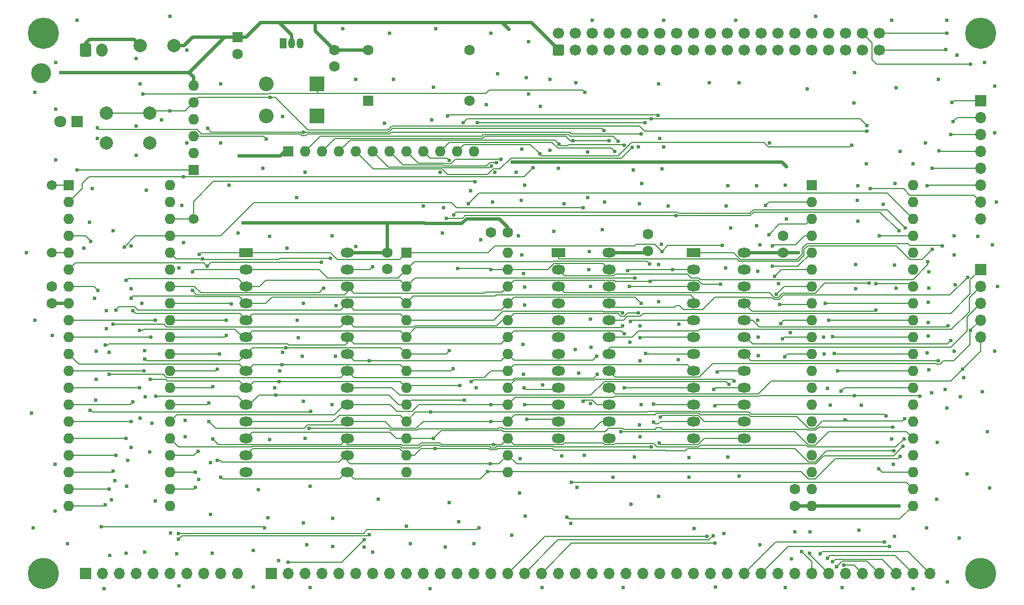
<source format=gtl>
G04 #@! TF.GenerationSoftware,KiCad,Pcbnew,(5.1.10-1-10_14)*
G04 #@! TF.CreationDate,2021-11-19T10:15:32+01:00*
G04 #@! TF.ProjectId,mainboard_v3,6d61696e-626f-4617-9264-5f76332e6b69,rev?*
G04 #@! TF.SameCoordinates,Original*
G04 #@! TF.FileFunction,Copper,L1,Top*
G04 #@! TF.FilePolarity,Positive*
%FSLAX46Y46*%
G04 Gerber Fmt 4.6, Leading zero omitted, Abs format (unit mm)*
G04 Created by KiCad (PCBNEW (5.1.10-1-10_14)) date 2021-11-19 10:15:32*
%MOMM*%
%LPD*%
G01*
G04 APERTURE LIST*
G04 #@! TA.AperFunction,ComponentPad*
%ADD10O,2.200000X2.200000*%
G04 #@! TD*
G04 #@! TA.AperFunction,ComponentPad*
%ADD11R,2.200000X2.200000*%
G04 #@! TD*
G04 #@! TA.AperFunction,ComponentPad*
%ADD12O,1.700000X1.700000*%
G04 #@! TD*
G04 #@! TA.AperFunction,ComponentPad*
%ADD13R,1.700000X1.700000*%
G04 #@! TD*
G04 #@! TA.AperFunction,ComponentPad*
%ADD14O,1.600000X1.600000*%
G04 #@! TD*
G04 #@! TA.AperFunction,ComponentPad*
%ADD15R,1.600000X1.600000*%
G04 #@! TD*
G04 #@! TA.AperFunction,ComponentPad*
%ADD16O,2.000000X1.440000*%
G04 #@! TD*
G04 #@! TA.AperFunction,ComponentPad*
%ADD17R,2.000000X1.440000*%
G04 #@! TD*
G04 #@! TA.AperFunction,ComponentPad*
%ADD18C,1.500000*%
G04 #@! TD*
G04 #@! TA.AperFunction,ComponentPad*
%ADD19C,1.600000*%
G04 #@! TD*
G04 #@! TA.AperFunction,ComponentPad*
%ADD20C,1.800000*%
G04 #@! TD*
G04 #@! TA.AperFunction,ComponentPad*
%ADD21R,1.800000X1.800000*%
G04 #@! TD*
G04 #@! TA.AperFunction,ComponentPad*
%ADD22O,1.700000X2.000000*%
G04 #@! TD*
G04 #@! TA.AperFunction,ComponentPad*
%ADD23C,2.000000*%
G04 #@! TD*
G04 #@! TA.AperFunction,ComponentPad*
%ADD24C,1.700000*%
G04 #@! TD*
G04 #@! TA.AperFunction,ComponentPad*
%ADD25R,1.050000X1.500000*%
G04 #@! TD*
G04 #@! TA.AperFunction,ComponentPad*
%ADD26O,1.050000X1.500000*%
G04 #@! TD*
G04 #@! TA.AperFunction,ComponentPad*
%ADD27C,3.000000*%
G04 #@! TD*
G04 #@! TA.AperFunction,ComponentPad*
%ADD28C,4.700000*%
G04 #@! TD*
G04 #@! TA.AperFunction,ViaPad*
%ADD29C,0.600000*%
G04 #@! TD*
G04 #@! TA.AperFunction,Conductor*
%ADD30C,0.500000*%
G04 #@! TD*
G04 #@! TA.AperFunction,Conductor*
%ADD31C,0.150000*%
G04 #@! TD*
G04 APERTURE END LIST*
D10*
X75438000Y-73660000D03*
D11*
X83058000Y-73660000D03*
D10*
X75438000Y-78486000D03*
D11*
X83058000Y-78486000D03*
D12*
X182880000Y-111760000D03*
X182880000Y-109220000D03*
X182880000Y-106680000D03*
X182880000Y-104140000D03*
D13*
X182880000Y-101600000D03*
D14*
X106680000Y-83820000D03*
X104140000Y-83820000D03*
X101600000Y-83820000D03*
X99060000Y-83820000D03*
X96520000Y-83820000D03*
X93980000Y-83820000D03*
X91440000Y-83820000D03*
X88900000Y-83820000D03*
X86360000Y-83820000D03*
X83820000Y-83820000D03*
X81280000Y-83820000D03*
D15*
X78740000Y-83820000D03*
D14*
X64516000Y-73914000D03*
X64516000Y-76454000D03*
X64516000Y-78994000D03*
X64516000Y-81534000D03*
X64516000Y-84074000D03*
D15*
X64516000Y-86614000D03*
D16*
X127000000Y-127000000D03*
X119380000Y-127000000D03*
X127000000Y-124460000D03*
X119380000Y-124460000D03*
X127000000Y-121920000D03*
X119380000Y-121920000D03*
X127000000Y-119380000D03*
X119380000Y-119380000D03*
X127000000Y-116840000D03*
X119380000Y-116840000D03*
X127000000Y-114300000D03*
X119380000Y-114300000D03*
X127000000Y-111760000D03*
X119380000Y-111760000D03*
X127000000Y-109220000D03*
X119380000Y-109220000D03*
X127000000Y-106680000D03*
X119380000Y-106680000D03*
X127000000Y-104140000D03*
X119380000Y-104140000D03*
X127000000Y-101600000D03*
X119380000Y-101600000D03*
X127000000Y-99060000D03*
D17*
X119380000Y-99060000D03*
D18*
X64516000Y-93980000D03*
X43180000Y-88900000D03*
X43180000Y-99060000D03*
D14*
X111760000Y-99060000D03*
X96520000Y-132080000D03*
X111760000Y-101600000D03*
X96520000Y-129540000D03*
X111760000Y-104140000D03*
X96520000Y-127000000D03*
X111760000Y-106680000D03*
X96520000Y-124460000D03*
X111760000Y-109220000D03*
X96520000Y-121920000D03*
X111760000Y-111760000D03*
X96520000Y-119380000D03*
X111760000Y-114300000D03*
X96520000Y-116840000D03*
X111760000Y-116840000D03*
X96520000Y-114300000D03*
X111760000Y-119380000D03*
X96520000Y-111760000D03*
X111760000Y-121920000D03*
X96520000Y-109220000D03*
X111760000Y-124460000D03*
X96520000Y-106680000D03*
X111760000Y-127000000D03*
X96520000Y-104140000D03*
X111760000Y-129540000D03*
X96520000Y-101600000D03*
X111760000Y-132080000D03*
D15*
X96520000Y-99060000D03*
D19*
X71120000Y-69175000D03*
D15*
X71120000Y-66675000D03*
D20*
X44450000Y-79375000D03*
D21*
X46990000Y-79375000D03*
D22*
X50760000Y-68580000D03*
G04 #@! TA.AperFunction,ComponentPad*
G36*
G01*
X47410000Y-69330000D02*
X47410000Y-67830000D01*
G75*
G02*
X47660000Y-67580000I250000J0D01*
G01*
X48860000Y-67580000D01*
G75*
G02*
X49110000Y-67830000I0J-250000D01*
G01*
X49110000Y-69330000D01*
G75*
G02*
X48860000Y-69580000I-250000J0D01*
G01*
X47660000Y-69580000D01*
G75*
G02*
X47410000Y-69330000I0J250000D01*
G01*
G37*
G04 #@! TD.AperFunction*
D23*
X56515000Y-67945000D03*
X61595000Y-67945000D03*
D24*
X167640000Y-66040000D03*
X165100000Y-66040000D03*
X162560000Y-66040000D03*
X160020000Y-66040000D03*
X157480000Y-66040000D03*
X154940000Y-66040000D03*
X152400000Y-66040000D03*
X149860000Y-66040000D03*
X147320000Y-66040000D03*
X144780000Y-66040000D03*
X142240000Y-66040000D03*
X139700000Y-66040000D03*
X137160000Y-66040000D03*
X134620000Y-66040000D03*
X132080000Y-66040000D03*
X129540000Y-66040000D03*
X127000000Y-66040000D03*
X124460000Y-66040000D03*
X121920000Y-66040000D03*
X119380000Y-66040000D03*
X167640000Y-68580000D03*
X165100000Y-68580000D03*
X162560000Y-68580000D03*
X160020000Y-68580000D03*
X157480000Y-68580000D03*
X154940000Y-68580000D03*
X152400000Y-68580000D03*
X149860000Y-68580000D03*
X147320000Y-68580000D03*
X144780000Y-68580000D03*
X142240000Y-68580000D03*
X139700000Y-68580000D03*
X137160000Y-68580000D03*
X134620000Y-68580000D03*
X132080000Y-68580000D03*
X129540000Y-68580000D03*
X127000000Y-68580000D03*
X124460000Y-68580000D03*
X121920000Y-68580000D03*
G04 #@! TA.AperFunction,ComponentPad*
G36*
G01*
X119980000Y-69430000D02*
X118780000Y-69430000D01*
G75*
G02*
X118530000Y-69180000I0J250000D01*
G01*
X118530000Y-67980000D01*
G75*
G02*
X118780000Y-67730000I250000J0D01*
G01*
X119980000Y-67730000D01*
G75*
G02*
X120230000Y-67980000I0J-250000D01*
G01*
X120230000Y-69180000D01*
G75*
G02*
X119980000Y-69430000I-250000J0D01*
G01*
G37*
G04 #@! TD.AperFunction*
D14*
X60960000Y-88900000D03*
X45720000Y-137160000D03*
X60960000Y-91440000D03*
X45720000Y-134620000D03*
X60960000Y-93980000D03*
X45720000Y-132080000D03*
X60960000Y-96520000D03*
X45720000Y-129540000D03*
X60960000Y-99060000D03*
X45720000Y-127000000D03*
X60960000Y-101600000D03*
X45720000Y-124460000D03*
X60960000Y-104140000D03*
X45720000Y-121920000D03*
X60960000Y-106680000D03*
X45720000Y-119380000D03*
X60960000Y-109220000D03*
X45720000Y-116840000D03*
X60960000Y-111760000D03*
X45720000Y-114300000D03*
X60960000Y-114300000D03*
X45720000Y-111760000D03*
X60960000Y-116840000D03*
X45720000Y-109220000D03*
X60960000Y-119380000D03*
X45720000Y-106680000D03*
X60960000Y-121920000D03*
X45720000Y-104140000D03*
X60960000Y-124460000D03*
X45720000Y-101600000D03*
X60960000Y-127000000D03*
X45720000Y-99060000D03*
X60960000Y-129540000D03*
X45720000Y-96520000D03*
X60960000Y-132080000D03*
X45720000Y-93980000D03*
X60960000Y-134620000D03*
X45720000Y-91440000D03*
X60960000Y-137160000D03*
D15*
X45720000Y-88900000D03*
D23*
X57935000Y-78105000D03*
X57935000Y-82605000D03*
X51435000Y-78105000D03*
X51435000Y-82605000D03*
D16*
X87630000Y-132080000D03*
X72390000Y-132080000D03*
X87630000Y-129540000D03*
X72390000Y-129540000D03*
X87630000Y-127000000D03*
X72390000Y-127000000D03*
X87630000Y-124460000D03*
X72390000Y-124460000D03*
X87630000Y-121920000D03*
X72390000Y-121920000D03*
X87630000Y-119380000D03*
X72390000Y-119380000D03*
X87630000Y-116840000D03*
X72390000Y-116840000D03*
X87630000Y-114300000D03*
X72390000Y-114300000D03*
X87630000Y-111760000D03*
X72390000Y-111760000D03*
X87630000Y-109220000D03*
X72390000Y-109220000D03*
X87630000Y-106680000D03*
X72390000Y-106680000D03*
X87630000Y-104140000D03*
X72390000Y-104140000D03*
X87630000Y-101600000D03*
X72390000Y-101600000D03*
X87630000Y-99060000D03*
D17*
X72390000Y-99060000D03*
D19*
X43180000Y-104180000D03*
X43180000Y-106680000D03*
X106045000Y-76200000D03*
X106045000Y-68580000D03*
X90805000Y-68580000D03*
D15*
X90805000Y-76200000D03*
D14*
X172720000Y-88900000D03*
X157480000Y-137160000D03*
X172720000Y-91440000D03*
X157480000Y-134620000D03*
X172720000Y-93980000D03*
X157480000Y-132080000D03*
X172720000Y-96520000D03*
X157480000Y-129540000D03*
X172720000Y-99060000D03*
X157480000Y-127000000D03*
X172720000Y-101600000D03*
X157480000Y-124460000D03*
X172720000Y-104140000D03*
X157480000Y-121920000D03*
X172720000Y-106680000D03*
X157480000Y-119380000D03*
X172720000Y-109220000D03*
X157480000Y-116840000D03*
X172720000Y-111760000D03*
X157480000Y-114300000D03*
X172720000Y-114300000D03*
X157480000Y-111760000D03*
X172720000Y-116840000D03*
X157480000Y-109220000D03*
X172720000Y-119380000D03*
X157480000Y-106680000D03*
X172720000Y-121920000D03*
X157480000Y-104140000D03*
X172720000Y-124460000D03*
X157480000Y-101600000D03*
X172720000Y-127000000D03*
X157480000Y-99060000D03*
X172720000Y-129540000D03*
X157480000Y-96520000D03*
X172720000Y-132080000D03*
X157480000Y-93980000D03*
X172720000Y-134620000D03*
X157480000Y-91440000D03*
X172720000Y-137160000D03*
D15*
X157480000Y-88900000D03*
D16*
X147320000Y-127000000D03*
X139700000Y-127000000D03*
X147320000Y-124460000D03*
X139700000Y-124460000D03*
X147320000Y-121920000D03*
X139700000Y-121920000D03*
X147320000Y-119380000D03*
X139700000Y-119380000D03*
X147320000Y-116840000D03*
X139700000Y-116840000D03*
X147320000Y-114300000D03*
X139700000Y-114300000D03*
X147320000Y-111760000D03*
X139700000Y-111760000D03*
X147320000Y-109220000D03*
X139700000Y-109220000D03*
X147320000Y-106680000D03*
X139700000Y-106680000D03*
X147320000Y-104140000D03*
X139700000Y-104140000D03*
X147320000Y-101600000D03*
X139700000Y-101600000D03*
X147320000Y-99060000D03*
D17*
X139700000Y-99060000D03*
D25*
X77978000Y-67564000D03*
D26*
X80518000Y-67564000D03*
X79248000Y-67564000D03*
D27*
X41579800Y-72059800D03*
D12*
X175260000Y-147320000D03*
X172720000Y-147320000D03*
X170180000Y-147320000D03*
X167640000Y-147320000D03*
X165100000Y-147320000D03*
X162560000Y-147320000D03*
X160020000Y-147320000D03*
X157480000Y-147320000D03*
X154940000Y-147320000D03*
X152400000Y-147320000D03*
X149860000Y-147320000D03*
X147320000Y-147320000D03*
X144780000Y-147320000D03*
X142240000Y-147320000D03*
X139700000Y-147320000D03*
X137160000Y-147320000D03*
X134620000Y-147320000D03*
X132080000Y-147320000D03*
X129540000Y-147320000D03*
X127000000Y-147320000D03*
X124460000Y-147320000D03*
X121920000Y-147320000D03*
X119380000Y-147320000D03*
X116840000Y-147320000D03*
X114300000Y-147320000D03*
X111760000Y-147320000D03*
X109220000Y-147320000D03*
X106680000Y-147320000D03*
X104140000Y-147320000D03*
X101600000Y-147320000D03*
X99060000Y-147320000D03*
X96520000Y-147320000D03*
X93980000Y-147320000D03*
X91440000Y-147320000D03*
X88900000Y-147320000D03*
X86360000Y-147320000D03*
X83820000Y-147320000D03*
X81280000Y-147320000D03*
X78740000Y-147320000D03*
D13*
X76200000Y-147320000D03*
D12*
X71120000Y-147320000D03*
X68580000Y-147320000D03*
X66040000Y-147320000D03*
X63500000Y-147320000D03*
X60960000Y-147320000D03*
X58420000Y-147320000D03*
X55880000Y-147320000D03*
X53340000Y-147320000D03*
X50800000Y-147320000D03*
D13*
X48260000Y-147320000D03*
D12*
X182880000Y-93980000D03*
X182880000Y-91440000D03*
X182880000Y-88900000D03*
X182880000Y-86360000D03*
X182880000Y-83820000D03*
X182880000Y-81280000D03*
X182880000Y-78740000D03*
D13*
X182880000Y-76200000D03*
D28*
X182880000Y-147320000D03*
X41910000Y-147320000D03*
X182880000Y-66040000D03*
X41910000Y-66040000D03*
D19*
X154940000Y-134660000D03*
X154940000Y-137160000D03*
X153162000Y-96560000D03*
X153162000Y-99060000D03*
X132842000Y-96306000D03*
X132842000Y-98806000D03*
X109260000Y-96012000D03*
X111760000Y-96012000D03*
X93649800Y-101560000D03*
X93649800Y-99060000D03*
X85725000Y-71080000D03*
X85725000Y-68580000D03*
D29*
X46990000Y-64135000D03*
X43815000Y-70485000D03*
X60960000Y-63500000D03*
X86995000Y-65405000D03*
X100965000Y-65405000D03*
X109220000Y-66040000D03*
X114935000Y-67310000D03*
X124460000Y-64135000D03*
X135255000Y-64135000D03*
X146050000Y-64135000D03*
X158115000Y-63500000D03*
X169545000Y-64135000D03*
X177800000Y-64135000D03*
X183515000Y-70485000D03*
X176530000Y-73025000D03*
X170180000Y-74295000D03*
X170815000Y-83820000D03*
X174625000Y-82550000D03*
X172720000Y-85725000D03*
X165735000Y-85725000D03*
X151130000Y-82550000D03*
X135255000Y-83185000D03*
X134620000Y-81915000D03*
X131445000Y-83185000D03*
X123825000Y-83947000D03*
X118110000Y-73025000D03*
X109855000Y-86995000D03*
X113868200Y-83489800D03*
X113030000Y-86995000D03*
X101600000Y-86995000D03*
X99060000Y-92075000D03*
X81280000Y-86995000D03*
X80010000Y-90805000D03*
X74930000Y-86360000D03*
X77901800Y-78562200D03*
X88900000Y-73025000D03*
X93980000Y-66040000D03*
X94615000Y-73025000D03*
X68580000Y-73660000D03*
X68580000Y-82550000D03*
X63500000Y-82550000D03*
X69850000Y-88900000D03*
X55880000Y-84455000D03*
X55880000Y-80010000D03*
X56515000Y-73660000D03*
X43815000Y-77470000D03*
X43815000Y-85090000D03*
X40640000Y-74930000D03*
X39370000Y-99060000D03*
X40640000Y-109220000D03*
X55880000Y-69850000D03*
X63500000Y-68580000D03*
X108585000Y-76835000D03*
X119380000Y-86360000D03*
X114300000Y-88900000D03*
X126365000Y-91440000D03*
X123825000Y-90805000D03*
X135890000Y-92075000D03*
X134493000Y-100838000D03*
X134493000Y-106426000D03*
X131699000Y-110109000D03*
X130175000Y-112522000D03*
X131699000Y-115316000D03*
X137541000Y-109855000D03*
X137414000Y-115189000D03*
X131826000Y-121920000D03*
X131572000Y-124968000D03*
X131699000Y-126746000D03*
X117017800Y-118948200D03*
X114173000Y-117348000D03*
X114046000Y-112903000D03*
X114300000Y-106934000D03*
X114300000Y-104267000D03*
X114173000Y-102235000D03*
X113919000Y-99441000D03*
X113411000Y-96520000D03*
X118745000Y-95885000D03*
X120269000Y-91694000D03*
X113792000Y-91186000D03*
X109474000Y-91440000D03*
X107696000Y-97155000D03*
X102108000Y-92329000D03*
X106172000Y-89789000D03*
X101981000Y-96139000D03*
X144526000Y-101346000D03*
X152527000Y-103759000D03*
X149479000Y-114554000D03*
X149479000Y-111760000D03*
X149352000Y-109220000D03*
X149352000Y-101854000D03*
X149733000Y-97891600D03*
X149225000Y-94996000D03*
X145288000Y-95377000D03*
X144653000Y-92075000D03*
X144907000Y-89027000D03*
X149225000Y-89027000D03*
X153543000Y-88900000D03*
X153670000Y-93980000D03*
X164465000Y-94361000D03*
X164338000Y-91186000D03*
X164465000Y-89027000D03*
X164084000Y-100838000D03*
X169926000Y-100965000D03*
X164084000Y-104521000D03*
X170180000Y-104394000D03*
X159893000Y-119507000D03*
X160274000Y-122047000D03*
X164973000Y-122047000D03*
X159385000Y-114300000D03*
X159308800Y-111760000D03*
X175006000Y-109601000D03*
X175006000Y-106553000D03*
X175133000Y-101981000D03*
X175133000Y-104394000D03*
X175006000Y-111633000D03*
X174879000Y-114173000D03*
X175133000Y-116713000D03*
X175514000Y-120142000D03*
X177546000Y-119634000D03*
X180340000Y-117856000D03*
X178943000Y-113919000D03*
X179832000Y-120777000D03*
X177800000Y-122428000D03*
X183134000Y-120015000D03*
X185039000Y-113919000D03*
X185420000Y-104140000D03*
X184658000Y-97917000D03*
X182499000Y-96647000D03*
X178943000Y-96520000D03*
X178943000Y-99441000D03*
X179070000Y-103886000D03*
X185293000Y-91440000D03*
X185039000Y-81026000D03*
X185039000Y-74041000D03*
X170053000Y-88646000D03*
X168275000Y-91821000D03*
X179324000Y-69342000D03*
X142113000Y-73533000D03*
X134493000Y-73660000D03*
X122047000Y-73533000D03*
X116713000Y-77089000D03*
X114935000Y-75184000D03*
X110236000Y-72136000D03*
X114554000Y-72771000D03*
X100584000Y-74168000D03*
X100330000Y-79121000D03*
X93218000Y-79629000D03*
X118084600Y-83642200D03*
X135001000Y-86487000D03*
X130683000Y-86614000D03*
X131953000Y-88646000D03*
X131572000Y-91694000D03*
X125984000Y-95631000D03*
X176403000Y-127635000D03*
X176276000Y-136144000D03*
X179705000Y-141986000D03*
X184277000Y-134493000D03*
X183896000Y-125984000D03*
X180848000Y-132334000D03*
X177927000Y-148590000D03*
X174752000Y-140462000D03*
X164592000Y-140843000D03*
X169926000Y-141732000D03*
X157226000Y-141097000D03*
X154940000Y-141097000D03*
X154432000Y-145161000D03*
X149733000Y-143002000D03*
X144272000Y-141351000D03*
X139827000Y-140589000D03*
X121285000Y-139827000D03*
X122174000Y-134366000D03*
X123317000Y-129540000D03*
X130810000Y-129794000D03*
X144907000Y-129794000D03*
X139065000Y-129921000D03*
X139065000Y-132842000D03*
X146558000Y-132715000D03*
X127635000Y-132842000D03*
X130302000Y-136906000D03*
X134493000Y-135763000D03*
X124333000Y-113284000D03*
X124206000Y-109093000D03*
X123952000Y-101600000D03*
X124206000Y-104140000D03*
X124079000Y-98933000D03*
X121920000Y-113665000D03*
X122428000Y-117221000D03*
X124206000Y-121793000D03*
X119888000Y-129667000D03*
X113665000Y-130048000D03*
X113538000Y-135255000D03*
X112395000Y-141605000D03*
X114427000Y-138684000D03*
X102997000Y-136652000D03*
X104394000Y-139573000D03*
X102362000Y-143383000D03*
X106680000Y-142875000D03*
X97155000Y-142875000D03*
X91440000Y-144145000D03*
X92329000Y-136144000D03*
X96520000Y-140208000D03*
X85471000Y-143256000D03*
X81534000Y-143002000D03*
X81026000Y-139700000D03*
X82042000Y-134239000D03*
X85471000Y-139065000D03*
X74295000Y-134747000D03*
X85344000Y-121920000D03*
X90170000Y-143383000D03*
X75692000Y-138938000D03*
X77343000Y-145415000D03*
X169545000Y-127127000D03*
X169799000Y-130937000D03*
X67056000Y-138430000D03*
X65278000Y-133223000D03*
X67056000Y-130683000D03*
X63271400Y-126720600D03*
X76682600Y-119380000D03*
X77876400Y-114096800D03*
X75920600Y-127177800D03*
X77444600Y-116840000D03*
X62357000Y-101346000D03*
X63271400Y-124307600D03*
X58293000Y-124714000D03*
X57277000Y-120777000D03*
X56515000Y-123952000D03*
X55118000Y-128397000D03*
X54610000Y-130302000D03*
X52705000Y-133350000D03*
X52197000Y-136271000D03*
X49784000Y-121285000D03*
X49911000Y-118110000D03*
X49911000Y-113919000D03*
X51816000Y-114046000D03*
X51435000Y-110490000D03*
X51435000Y-107823000D03*
X49657000Y-105918000D03*
X55118000Y-104521000D03*
X56769000Y-106680000D03*
X57150000Y-113792000D03*
X73533000Y-143891000D03*
X67310000Y-144272000D03*
X61976000Y-144399000D03*
X61087000Y-141224000D03*
X57150000Y-144145000D03*
X54356000Y-144272000D03*
X51943000Y-144653000D03*
X45593000Y-142875000D03*
X43688000Y-137922000D03*
X51054000Y-149606000D03*
X62357000Y-149225000D03*
X73533000Y-149352000D03*
X82042000Y-149479000D03*
X100076000Y-149606000D03*
X116967000Y-149479000D03*
X129159000Y-149479000D03*
X143002000Y-149352000D03*
X153543000Y-149479000D03*
X162052000Y-149479000D03*
X172720000Y-149606000D03*
X58801000Y-136398000D03*
X54483000Y-134239000D03*
X57912000Y-129032000D03*
X40386000Y-140462000D03*
X40132000Y-123190000D03*
X43307000Y-111506000D03*
X43688000Y-130937000D03*
X78613000Y-98425000D03*
X85344000Y-96520000D03*
X88900000Y-98171000D03*
X75946000Y-96647000D03*
X71247000Y-96139000D03*
X62738000Y-91948000D03*
X62992000Y-97536000D03*
X55118000Y-98044000D03*
X48006000Y-98425000D03*
X57404000Y-89662000D03*
X48895000Y-94488000D03*
X49276000Y-89408000D03*
X50038000Y-81915000D03*
X59690000Y-79121000D03*
X52451000Y-95758000D03*
X107061000Y-119354600D03*
X80137000Y-109220000D03*
X80264000Y-111887000D03*
X85852000Y-114681000D03*
X80899000Y-114681000D03*
X81026000Y-121412000D03*
X81280000Y-127000000D03*
X81026000Y-106680000D03*
X85979000Y-107061000D03*
X163957000Y-72009000D03*
X163830000Y-76581000D03*
X156845000Y-74422000D03*
X146558000Y-73533000D03*
X134874000Y-97790000D03*
X154305000Y-111099600D03*
X153670000Y-86106000D03*
X170611800Y-137160000D03*
X71374000Y-84505800D03*
X111912400Y-65430400D03*
X112471200Y-85420200D03*
X72009000Y-94627220D03*
X134035800Y-85420198D03*
X155498800Y-99110800D03*
X44551598Y-72009000D03*
X54076600Y-98196400D03*
X123155038Y-121421562D03*
X123155038Y-92316779D03*
X128768999Y-125974999D03*
X125145800Y-114630200D03*
X62280800Y-142189200D03*
X90932000Y-115316000D03*
X90932000Y-141478024D03*
X127853856Y-83828390D03*
X62280800Y-141300200D03*
X109220000Y-101600000D03*
X107442000Y-140462000D03*
X104216200Y-101447600D03*
X102958900Y-85178900D03*
X128342563Y-82269989D03*
X83769316Y-100528795D03*
X66566843Y-101074990D03*
X114655600Y-124104400D03*
X110767758Y-84995919D03*
X114300000Y-121920000D03*
X110053747Y-85526253D03*
X114223802Y-119380000D03*
X109348678Y-86010699D03*
X120700800Y-138836400D03*
X142925800Y-142748000D03*
X142925800Y-122097800D03*
X142671800Y-141630400D03*
X142791278Y-119677278D03*
X141732000Y-141757400D03*
X143302011Y-117047989D03*
X167538400Y-131546600D03*
X167139600Y-107669989D03*
X173714235Y-120654755D03*
X163885012Y-120594988D03*
X109220000Y-121920000D03*
X171424600Y-124079000D03*
X162458400Y-124256800D03*
X66802000Y-121666000D03*
X66801996Y-124460000D03*
X109220000Y-124460000D03*
X171348400Y-127076200D03*
X161933390Y-119862600D03*
X67437000Y-127127000D03*
X67437000Y-119253000D03*
X109626977Y-127914977D03*
X161425390Y-116865400D03*
X68072000Y-116586008D03*
X68072000Y-130301998D03*
X171246800Y-128219200D03*
X109106179Y-130865012D03*
X160887200Y-114249200D03*
X68452996Y-114300000D03*
X68580000Y-132842000D03*
X170764734Y-129719069D03*
X108694990Y-132029200D03*
X169851696Y-128871826D03*
X160587190Y-111709200D03*
X69469000Y-111506000D03*
X100872401Y-128514999D03*
X169646600Y-125323600D03*
X160020000Y-109245400D03*
X69469000Y-109220000D03*
X100634800Y-127000000D03*
X168659069Y-123608609D03*
X159494990Y-106654600D03*
X70231000Y-106807000D03*
X100157660Y-123068460D03*
X133397726Y-128287010D03*
X134721600Y-123799600D03*
X134950200Y-98882200D03*
X134518402Y-127711200D03*
X144043400Y-97993200D03*
X65379598Y-99288600D03*
X65176398Y-128930400D03*
X133172200Y-103428800D03*
X133673907Y-124551321D03*
X143814800Y-103784400D03*
X64770000Y-132080054D03*
X64325021Y-104749600D03*
X133070600Y-100736400D03*
X133719859Y-121859978D03*
X64770084Y-134340600D03*
X64321190Y-101930200D03*
X51206400Y-137033000D03*
X51206400Y-112979200D03*
X129336800Y-119430800D03*
X129311400Y-111234990D03*
X51790600Y-134645400D03*
X51790600Y-117373400D03*
X52425600Y-131953000D03*
X52425600Y-109855000D03*
X132486400Y-114249200D03*
X131414614Y-108150020D03*
X131699000Y-111887000D03*
X52814990Y-129540000D03*
X52814990Y-107721400D03*
X131798902Y-106662992D03*
X54381400Y-127000000D03*
X54381400Y-103225600D03*
X130924093Y-102903790D03*
X130189738Y-109389204D03*
X55092600Y-124434600D03*
X55092600Y-105918000D03*
X130022600Y-104114600D03*
X55354990Y-121529646D03*
X55354990Y-107761079D03*
X129046199Y-108150020D03*
X56438800Y-119354600D03*
X56438800Y-110744000D03*
X129812981Y-101786190D03*
X136550400Y-101600000D03*
X129057398Y-110058200D03*
X57099200Y-116840000D03*
X57175400Y-115036598D03*
X137058400Y-93522800D03*
X170586400Y-95783400D03*
X78415010Y-113354990D03*
X102971600Y-113842800D03*
X102565200Y-93903800D03*
X171521411Y-95346811D03*
X77780010Y-115894990D03*
X103581200Y-116509800D03*
X134366000Y-78409800D03*
X103614990Y-93378790D03*
X102692200Y-78511400D03*
X58089800Y-111760000D03*
X58039000Y-118160800D03*
X105105200Y-79476600D03*
X167614600Y-96494600D03*
X77399010Y-118434990D03*
X104571800Y-119075200D03*
X133375400Y-78943200D03*
X165777410Y-79908400D03*
X58775600Y-109220000D03*
X58826400Y-120624600D03*
X76881009Y-120476991D03*
X105283000Y-121259600D03*
X132461000Y-79501998D03*
X107179991Y-79476600D03*
X105824790Y-91707058D03*
X167182800Y-103708200D03*
X60960000Y-77718539D03*
X165777410Y-80806484D03*
X76072998Y-75717402D03*
X50673000Y-140335000D03*
X50165000Y-104724200D03*
X75184000Y-140462000D03*
X131800600Y-81229200D03*
X50038000Y-80264004D03*
X78714600Y-145618200D03*
X90170000Y-142240000D03*
X91440000Y-101219000D03*
X130482621Y-83264256D03*
X145034000Y-118854990D03*
X145796000Y-118364000D03*
X65892403Y-99969599D03*
X85089982Y-99898200D03*
X129257661Y-82902661D03*
X119442105Y-82700186D03*
X62991980Y-87630020D03*
X75488800Y-81991200D03*
X115544600Y-86283800D03*
X121361200Y-133578600D03*
X84074000Y-104394000D03*
X127000000Y-82245200D03*
X121628762Y-82237770D03*
X48996600Y-97383600D03*
X48971200Y-122758200D03*
X81915000Y-125476000D03*
X82169000Y-122918990D03*
X181330600Y-70688200D03*
X166166800Y-103657400D03*
X166332379Y-89458800D03*
X174879000Y-89027000D03*
X174955200Y-100457000D03*
X175615600Y-86410800D03*
X175615600Y-98526600D03*
X178536600Y-76454000D03*
X177114200Y-98070011D03*
X177673000Y-68529200D03*
X180153810Y-116573300D03*
X177774600Y-66090800D03*
X181356000Y-110744000D03*
X180913546Y-102828030D03*
X158794914Y-144382677D03*
X159843063Y-145006546D03*
X160663390Y-145541944D03*
X161213800Y-146354800D03*
X162335814Y-146039464D03*
X157149800Y-144297400D03*
X155981400Y-144043400D03*
X153394698Y-114731800D03*
X153094687Y-112014000D03*
X169214800Y-143230600D03*
X168402000Y-142595600D03*
X152794676Y-109719991D03*
X152628600Y-106857800D03*
X152169178Y-105316790D03*
X151894643Y-102589989D03*
X151594632Y-101142800D03*
X151561800Y-98094800D03*
X151028400Y-96342200D03*
X150565648Y-91962262D03*
X46990000Y-86614000D03*
X56896000Y-75184000D03*
X123367800Y-74929998D03*
X126246399Y-80660639D03*
X66665999Y-80400001D03*
X81046611Y-80919611D03*
X176589190Y-83769200D03*
X176555400Y-115316000D03*
X178384200Y-81280000D03*
X178384200Y-112318800D03*
X178739800Y-79324200D03*
X177944002Y-110091998D03*
X106299000Y-118465600D03*
X125222000Y-117398800D03*
X163474400Y-82880200D03*
X116560598Y-84201000D03*
X106825223Y-88409010D03*
D30*
X85725000Y-68580000D02*
X90805000Y-68580000D01*
X119380000Y-68580000D02*
X119380000Y-68503800D01*
X119380000Y-68503800D02*
X115341400Y-64465200D01*
X157480000Y-137160000D02*
X170611800Y-137160000D01*
X43180000Y-106680000D02*
X45720000Y-106680000D01*
X110947200Y-64465200D02*
X111912400Y-65430400D01*
X108788200Y-64465200D02*
X110947200Y-64465200D01*
X115341400Y-64465200D02*
X108788200Y-64465200D01*
X154940000Y-137160000D02*
X157480000Y-137160000D01*
X72021220Y-94615000D02*
X72009000Y-94627220D01*
X64368998Y-66675000D02*
X69149999Y-66675000D01*
X63098998Y-67945000D02*
X64368998Y-66675000D01*
X61595000Y-67945000D02*
X63098998Y-67945000D01*
X72415400Y-66675000D02*
X74625200Y-64465200D01*
X74625200Y-64465200D02*
X74523600Y-64465200D01*
X87818999Y-98871001D02*
X87630000Y-99060000D01*
X104848364Y-94705402D02*
X105555955Y-93997811D01*
X99328202Y-94705402D02*
X104848364Y-94705402D01*
X105555955Y-93997811D02*
X110507811Y-93997811D01*
X110507811Y-93997811D02*
X111760000Y-95250000D01*
X99237800Y-94615000D02*
X99328202Y-94705402D01*
X93726000Y-94615000D02*
X99237800Y-94615000D01*
X87630000Y-99060000D02*
X93649800Y-99060000D01*
X93649800Y-94691200D02*
X93726000Y-94615000D01*
X93649800Y-99060000D02*
X93649800Y-94691200D01*
X93726000Y-94615000D02*
X72021220Y-94615000D01*
X111760000Y-96012000D02*
X111760000Y-95250000D01*
X152984198Y-85420198D02*
X153670000Y-86106000D01*
X134035800Y-85420198D02*
X152984198Y-85420198D01*
X132588000Y-99060000D02*
X132842000Y-98806000D01*
X127000000Y-99060000D02*
X132588000Y-99060000D01*
X153162000Y-99060000D02*
X147320000Y-99060000D01*
X155448000Y-99060000D02*
X155498800Y-99110800D01*
X153162000Y-99060000D02*
X155448000Y-99060000D01*
X112471202Y-85420198D02*
X134035800Y-85420198D01*
X112471200Y-85420200D02*
X112471202Y-85420198D01*
X78232000Y-83820000D02*
X77546200Y-84505800D01*
X78740000Y-83820000D02*
X78232000Y-83820000D01*
X71374000Y-84505800D02*
X77546200Y-84505800D01*
X72415400Y-66675000D02*
X69215000Y-66675000D01*
X63881000Y-72009000D02*
X44551598Y-72009000D01*
X69215000Y-66675000D02*
X63881000Y-72009000D01*
X64516000Y-72644000D02*
X63881000Y-72009000D01*
X64516000Y-73914000D02*
X64516000Y-72644000D01*
X82854800Y-65709800D02*
X85725000Y-68580000D01*
X82854800Y-64465200D02*
X82854800Y-65709800D01*
X108788200Y-64465200D02*
X82854800Y-64465200D01*
X77399200Y-64465200D02*
X76250800Y-64465200D01*
X79248000Y-66314000D02*
X77399200Y-64465200D01*
X79248000Y-67564000D02*
X79248000Y-66314000D01*
X76250800Y-64465200D02*
X74625200Y-64465200D01*
X82854800Y-64465200D02*
X76250800Y-64465200D01*
D31*
X55753000Y-96520000D02*
X60960000Y-96520000D01*
X54076600Y-98196400D02*
X55753000Y-96520000D01*
X171694999Y-125974999D02*
X160022003Y-125974999D01*
X172720000Y-127000000D02*
X171694999Y-125974999D01*
X156987999Y-128025001D02*
X154937997Y-125974999D01*
X160022003Y-125974999D02*
X157972001Y-128025001D01*
X157972001Y-128025001D02*
X156987999Y-128025001D01*
X103314991Y-91546401D02*
X104085369Y-92316779D01*
X73553599Y-91546401D02*
X103314991Y-91546401D01*
X68580000Y-96520000D02*
X73553599Y-91546401D01*
X60960000Y-96520000D02*
X68580000Y-96520000D01*
X123308601Y-121267999D02*
X123155038Y-121421562D01*
X125110002Y-121920000D02*
X124458001Y-121267999D01*
X124458001Y-121267999D02*
X123308601Y-121267999D01*
X127000000Y-121920000D02*
X125110002Y-121920000D01*
X123155038Y-92316779D02*
X104085369Y-92316779D01*
X154937997Y-125974999D02*
X128768999Y-125974999D01*
X124530990Y-115245010D02*
X125145800Y-114630200D01*
X92573999Y-115325001D02*
X90941001Y-115325001D01*
X90941001Y-115325001D02*
X90932000Y-115316000D01*
X92465001Y-115325001D02*
X92573999Y-115325001D01*
X88646000Y-115316000D02*
X87630000Y-114300000D01*
X90932000Y-115316000D02*
X88646000Y-115316000D01*
X124530990Y-115245010D02*
X112705010Y-115245010D01*
X112705010Y-115245010D02*
X111760000Y-114300000D01*
X110734999Y-115325001D02*
X92573999Y-115325001D01*
X111760000Y-114300000D02*
X110734999Y-115325001D01*
X62280800Y-142189200D02*
X62783999Y-141686001D01*
X90724023Y-141686001D02*
X90932000Y-141478024D01*
X62783999Y-141686001D02*
X90724023Y-141686001D01*
X102966809Y-82453191D02*
X118418106Y-82453191D01*
X101600000Y-83820000D02*
X102966809Y-82453191D01*
X127349679Y-83324213D02*
X127553857Y-83528391D01*
X119289128Y-83324213D02*
X127349679Y-83324213D01*
X118418106Y-82453191D02*
X119289128Y-83324213D01*
X127553857Y-83528391D02*
X127853856Y-83828390D01*
X126054990Y-100654990D02*
X127000000Y-101600000D01*
X117763555Y-101600000D02*
X118708565Y-100654990D01*
X118708565Y-100654990D02*
X126054990Y-100654990D01*
X117763555Y-101600000D02*
X111760000Y-101600000D01*
X111760000Y-101600000D02*
X109220000Y-101600000D01*
X107142001Y-140761999D02*
X107442000Y-140462000D01*
X62280800Y-141300200D02*
X90078798Y-141300200D01*
X90616999Y-140761999D02*
X107142001Y-140761999D01*
X90078798Y-141300200D02*
X90616999Y-140761999D01*
X109067600Y-101447600D02*
X109220000Y-101600000D01*
X104216200Y-101447600D02*
X109067600Y-101447600D01*
X99060000Y-83820000D02*
X100085001Y-84845001D01*
X102625001Y-84845001D02*
X102958900Y-85178900D01*
X100085001Y-84845001D02*
X102625001Y-84845001D01*
X45720000Y-101600000D02*
X46745001Y-100574999D01*
X46745001Y-100574999D02*
X66066852Y-100574999D01*
X66066852Y-100574999D02*
X66566843Y-101074990D01*
X83769316Y-100528795D02*
X67113038Y-100528795D01*
X67113038Y-100528795D02*
X66566843Y-101074990D01*
X81280000Y-83820000D02*
X83554967Y-81545033D01*
X83554967Y-81545033D02*
X107856571Y-81545033D01*
X107856571Y-81545033D02*
X108148457Y-81253147D01*
X108148457Y-81253147D02*
X120924286Y-81253147D01*
X120924286Y-81253147D02*
X121210607Y-81539468D01*
X121210607Y-81539468D02*
X127612042Y-81539468D01*
X127612042Y-81539468D02*
X128342563Y-82269989D01*
X119024400Y-124104400D02*
X119380000Y-124460000D01*
X114655600Y-124104400D02*
X119024400Y-124104400D01*
X102358741Y-85703902D02*
X103210902Y-85703902D01*
X103918885Y-84995919D02*
X110767758Y-84995919D01*
X103210902Y-85703902D02*
X103918885Y-84995919D01*
X96520000Y-83820000D02*
X98269966Y-85569966D01*
X102224805Y-85569966D02*
X102358741Y-85703902D01*
X98269966Y-85569966D02*
X102224805Y-85569966D01*
X119380000Y-121920000D02*
X114300000Y-121920000D01*
X102100537Y-85869977D02*
X102234473Y-86003913D01*
X108578460Y-86003913D02*
X109096676Y-85485697D01*
X93980000Y-83820000D02*
X96029977Y-85869977D01*
X96029977Y-85869977D02*
X102100537Y-85869977D01*
X102234473Y-86003913D02*
X108578460Y-86003913D01*
X109096676Y-85485697D02*
X110013191Y-85485697D01*
X110013191Y-85485697D02*
X110053747Y-85526253D01*
X119380000Y-119380000D02*
X119080001Y-119679999D01*
X114523801Y-119679999D02*
X114223802Y-119380000D01*
X119080001Y-119679999D02*
X114523801Y-119679999D01*
X93789988Y-86169988D02*
X101976269Y-86169988D01*
X102116979Y-86310698D02*
X109048679Y-86310698D01*
X101976269Y-86169988D02*
X102116979Y-86310698D01*
X91440000Y-83820000D02*
X93789988Y-86169988D01*
X109048679Y-86310698D02*
X109348678Y-86010699D01*
X172720000Y-137160000D02*
X170738800Y-139141200D01*
X121005600Y-139141200D02*
X120700800Y-138836400D01*
X170738800Y-139141200D02*
X121005600Y-139141200D01*
X116840000Y-147320000D02*
X121369598Y-142790402D01*
X121369598Y-142790402D02*
X142883398Y-142790402D01*
X142883398Y-142790402D02*
X142925800Y-142748000D01*
X143103600Y-121920000D02*
X142925800Y-122097800D01*
X147320000Y-121920000D02*
X143103600Y-121920000D01*
X114300000Y-147320000D02*
X119337598Y-142282402D01*
X142019798Y-142282402D02*
X142671800Y-141630400D01*
X119337598Y-142282402D02*
X142019798Y-142282402D01*
X143088556Y-119380000D02*
X142791278Y-119677278D01*
X147320000Y-119380000D02*
X143088556Y-119380000D01*
X111760000Y-147320000D02*
X117322600Y-141757400D01*
X117322600Y-141757400D02*
X141732000Y-141757400D01*
X143510000Y-116840000D02*
X143302011Y-117047989D01*
X147320000Y-116840000D02*
X143510000Y-116840000D01*
X168071800Y-132080000D02*
X172720000Y-132080000D01*
X167538400Y-131546600D02*
X168071800Y-132080000D01*
X166914601Y-107894988D02*
X167139600Y-107669989D01*
X148534988Y-107894988D02*
X166914601Y-107894988D01*
X147320000Y-106680000D02*
X148534988Y-107894988D01*
X173654468Y-120594988D02*
X173714235Y-120654755D01*
X163885012Y-120594988D02*
X173654468Y-120594988D01*
X91338400Y-121920000D02*
X87630000Y-121920000D01*
X87249000Y-121920000D02*
X87630000Y-121920000D01*
X85725000Y-123444000D02*
X87249000Y-121920000D01*
X61976000Y-123444000D02*
X85725000Y-123444000D01*
X60960000Y-124460000D02*
X61976000Y-123444000D01*
X91338400Y-121920000D02*
X91440000Y-121920000D01*
X98399600Y-121920000D02*
X97374599Y-122945001D01*
X149527069Y-120645209D02*
X127850513Y-120645209D01*
X95132001Y-122945001D02*
X94107000Y-121920000D01*
X97374599Y-122945001D02*
X95132001Y-122945001D01*
X149577290Y-120594988D02*
X149527069Y-120645209D01*
X163885012Y-120594988D02*
X149577290Y-120594988D01*
X127850513Y-120645209D02*
X127665191Y-120830531D01*
X94107000Y-121920000D02*
X91338400Y-121920000D01*
X127665191Y-120830531D02*
X112849469Y-120830531D01*
X112849469Y-120830531D02*
X111760000Y-121920000D01*
X111760000Y-121920000D02*
X109220000Y-121920000D01*
X98399600Y-121920000D02*
X109220000Y-121920000D01*
X171424600Y-124079000D02*
X171124601Y-124378999D01*
X162763200Y-124256800D02*
X162885399Y-124378999D01*
X162458400Y-124256800D02*
X162763200Y-124256800D01*
X171124601Y-124378999D02*
X162885399Y-124378999D01*
X66548000Y-121920000D02*
X66802000Y-121666000D01*
X60960000Y-121920000D02*
X66548000Y-121920000D01*
X81159027Y-125454969D02*
X67796965Y-125454969D01*
X88148396Y-124460000D02*
X87657398Y-124950998D01*
X81662998Y-124950998D02*
X81159027Y-125454969D01*
X67796965Y-125454969D02*
X66801996Y-124460000D01*
X89154000Y-124460000D02*
X87630000Y-124460000D01*
X89154000Y-124460000D02*
X88148396Y-124460000D01*
X87630000Y-124460000D02*
X87468996Y-124460000D01*
X86977998Y-124950998D02*
X81662998Y-124950998D01*
X87468996Y-124460000D02*
X86977998Y-124950998D01*
X140715722Y-123434999D02*
X140495703Y-123214979D01*
X134148219Y-123214979D02*
X133936199Y-123426999D01*
X148235063Y-123683621D02*
X147986442Y-123434999D01*
X140495703Y-123214979D02*
X134148219Y-123214979D01*
X147986442Y-123434999D02*
X140715722Y-123434999D01*
X155186619Y-123683621D02*
X148235063Y-123683621D01*
X156987999Y-125485001D02*
X155186619Y-123683621D01*
X157972001Y-125485001D02*
X156987999Y-125485001D01*
X159078003Y-124378999D02*
X157972001Y-125485001D01*
X162885399Y-124378999D02*
X159078003Y-124378999D01*
X112793001Y-123426999D02*
X111760000Y-124460000D01*
X133936199Y-123426999D02*
X112793001Y-123426999D01*
X111760000Y-124460000D02*
X109220000Y-124460000D01*
X99034600Y-124460000D02*
X109220000Y-124460000D01*
X98009599Y-125485001D02*
X99034600Y-124460000D01*
X89154000Y-124460000D02*
X93294200Y-124460000D01*
X94319201Y-125485001D02*
X98009599Y-125485001D01*
X93294200Y-124460000D02*
X94319201Y-125485001D01*
X172720000Y-119380000D02*
X162415990Y-119380000D01*
X162415990Y-119380000D02*
X161933390Y-119862600D01*
X67310000Y-119380000D02*
X67437000Y-119253000D01*
X60960000Y-119380000D02*
X67310000Y-119380000D01*
X73157464Y-127923978D02*
X73136434Y-127945008D01*
X68255008Y-127945008D02*
X67437000Y-127127000D01*
X87630000Y-127000000D02*
X86706022Y-127923978D01*
X86706022Y-127923978D02*
X73157464Y-127923978D01*
X73136434Y-127945008D02*
X68255008Y-127945008D01*
X87683978Y-127923978D02*
X87630000Y-127870000D01*
X95853559Y-128025001D02*
X95752536Y-127923978D01*
X98740655Y-127689987D02*
X98405641Y-128025001D01*
X95752536Y-127923978D02*
X87683978Y-127923978D01*
X101753060Y-127914977D02*
X101528070Y-127689987D01*
X87630000Y-127870000D02*
X87630000Y-127000000D01*
X101528070Y-127689987D02*
X98740655Y-127689987D01*
X98405641Y-128025001D02*
X95853559Y-128025001D01*
X109626977Y-127914977D02*
X101753060Y-127914977D01*
X120051435Y-127945010D02*
X118708565Y-127945010D01*
X156863731Y-128325012D02*
X156563721Y-128025001D01*
X133715996Y-127762000D02*
X127854445Y-127762000D01*
X170099588Y-128325012D02*
X156863731Y-128325012D01*
X156563721Y-128025001D02*
X140715722Y-128025001D01*
X127671435Y-127945010D02*
X126328565Y-127945010D01*
X126328565Y-127945010D02*
X126069355Y-127685800D01*
X110845023Y-127914977D02*
X109626977Y-127914977D01*
X126069355Y-127685800D02*
X120310645Y-127685800D01*
X140495703Y-128245021D02*
X134199017Y-128245021D01*
X120310645Y-127685800D02*
X120051435Y-127945010D01*
X134199017Y-128245021D02*
X133715996Y-127762000D01*
X118708565Y-127945010D02*
X118678532Y-127914977D01*
X111760000Y-127000000D02*
X110845023Y-127914977D01*
X118678532Y-127914977D02*
X112674977Y-127914977D01*
X171348400Y-127076200D02*
X170099588Y-128325012D01*
X111760000Y-127000000D02*
X112674977Y-127914977D01*
X127854445Y-127762000D02*
X127671435Y-127945010D01*
X140715722Y-128025001D02*
X140495703Y-128245021D01*
X161450790Y-116840000D02*
X161425390Y-116865400D01*
X172720000Y-116840000D02*
X161450790Y-116840000D01*
X60960000Y-116840000D02*
X67818008Y-116840000D01*
X67818008Y-116840000D02*
X68072000Y-116586008D01*
X68072000Y-130301998D02*
X68496264Y-130301998D01*
X68496264Y-130301998D02*
X68759267Y-130565001D01*
X87376000Y-129540000D02*
X86350999Y-130565001D01*
X87630000Y-129540000D02*
X87376000Y-129540000D01*
X68759267Y-130565001D02*
X86350999Y-130565001D01*
X159294281Y-129667000D02*
X158096269Y-130865012D01*
X169799000Y-129667000D02*
X159294281Y-129667000D01*
X171246800Y-128219200D02*
X169799000Y-129667000D01*
X113085012Y-130865012D02*
X158096269Y-130865012D01*
X111760000Y-129540000D02*
X113085012Y-130865012D01*
X87630000Y-130410000D02*
X88085012Y-130865012D01*
X87630000Y-129540000D02*
X87630000Y-130410000D01*
X111760000Y-129540000D02*
X110434988Y-130865012D01*
X88085012Y-130865012D02*
X109106179Y-130865012D01*
X110434988Y-130865012D02*
X109106179Y-130865012D01*
X172720000Y-114300000D02*
X160938000Y-114300000D01*
X160938000Y-114300000D02*
X160887200Y-114249200D01*
X60960000Y-114300000D02*
X68452996Y-114300000D01*
X68879999Y-133141999D02*
X68580000Y-132842000D01*
X87503000Y-132080000D02*
X86441001Y-133141999D01*
X87630000Y-132080000D02*
X87503000Y-132080000D01*
X86441001Y-133141999D02*
X68879999Y-133141999D01*
X107582191Y-133141999D02*
X108694990Y-132029200D01*
X87630000Y-132080000D02*
X88691999Y-133141999D01*
X88691999Y-133141999D02*
X107582191Y-133141999D01*
X170464735Y-130019068D02*
X161057934Y-130019068D01*
X157972001Y-133105001D02*
X156987999Y-133105001D01*
X156987999Y-133105001D02*
X155912197Y-132029199D01*
X155912197Y-132029199D02*
X109119254Y-132029200D01*
X109119254Y-132029200D02*
X108694990Y-132029200D01*
X170764734Y-129719069D02*
X170464735Y-130019068D01*
X161057934Y-130019068D02*
X157972001Y-133105001D01*
X172720000Y-111760000D02*
X160637990Y-111760000D01*
X160637990Y-111760000D02*
X160587190Y-111709200D01*
X69215000Y-111760000D02*
X69469000Y-111506000D01*
X60960000Y-111760000D02*
X69215000Y-111760000D01*
X95504000Y-128524000D02*
X96520000Y-129540000D01*
X73406000Y-128524000D02*
X95504000Y-128524000D01*
X72390000Y-129540000D02*
X73406000Y-128524000D01*
X138780029Y-128545032D02*
X140619971Y-128545032D01*
X154937997Y-128514999D02*
X156987999Y-130565001D01*
X96520000Y-129540000D02*
X97739200Y-129540000D01*
X118429996Y-128514999D02*
X118727009Y-128812012D01*
X140650004Y-128514999D02*
X154937997Y-128514999D01*
X156987999Y-130565001D02*
X157972001Y-130565001D01*
X109147954Y-128739989D02*
X110003246Y-128739989D01*
X108922964Y-128514999D02*
X109147954Y-128739989D01*
X97739200Y-129540000D02*
X98764201Y-128514999D01*
X110003246Y-128739989D02*
X110228235Y-128514999D01*
X135459329Y-128812012D02*
X135539130Y-128891813D01*
X98764201Y-128514999D02*
X108922964Y-128514999D01*
X159665176Y-128871826D02*
X169851696Y-128871826D01*
X138433248Y-128891813D02*
X138780029Y-128545032D01*
X110228235Y-128514999D02*
X118429996Y-128514999D01*
X135539130Y-128891813D02*
X138433248Y-128891813D01*
X157972001Y-130565001D02*
X159665176Y-128871826D01*
X140619971Y-128545032D02*
X140650004Y-128514999D01*
X118727009Y-128812012D02*
X135459329Y-128812012D01*
X172694600Y-109245400D02*
X172720000Y-109220000D01*
X160020000Y-109245400D02*
X172694600Y-109245400D01*
X60960000Y-109220000D02*
X69469000Y-109220000D01*
X73335009Y-126054991D02*
X72390000Y-127000000D01*
X94040633Y-126054991D02*
X73335009Y-126054991D01*
X94040633Y-126054991D02*
X94985642Y-127000000D01*
X94985642Y-127000000D02*
X100634800Y-127000000D01*
X156702318Y-125623599D02*
X156863731Y-125785012D01*
X134165531Y-125379191D02*
X134795069Y-125379191D01*
X110416531Y-125861791D02*
X110543531Y-125734791D01*
X110817469Y-125734791D02*
X111057677Y-125974999D01*
X100634800Y-127000000D02*
X101773009Y-125861791D01*
X126408556Y-125974999D02*
X126933557Y-125449998D01*
X126933557Y-125449998D02*
X129021000Y-125449998D01*
X110543531Y-125734791D02*
X110817469Y-125734791D01*
X134795069Y-125379191D02*
X135039477Y-125623599D01*
X111057677Y-125974999D02*
X126408556Y-125974999D01*
X158096269Y-125785012D02*
X158557681Y-125323600D01*
X129021000Y-125449998D02*
X129194601Y-125623599D01*
X129194601Y-125623599D02*
X133921123Y-125623599D01*
X101773009Y-125861791D02*
X110416531Y-125861791D01*
X156863731Y-125785012D02*
X158096269Y-125785012D01*
X158557681Y-125323600D02*
X169646600Y-125323600D01*
X133921123Y-125623599D02*
X134165531Y-125379191D01*
X135039477Y-125623599D02*
X156702318Y-125623599D01*
X159520390Y-106680000D02*
X159494990Y-106654600D01*
X172720000Y-106680000D02*
X159520390Y-106680000D01*
X60960000Y-106680000D02*
X70104000Y-106680000D01*
X70104000Y-106680000D02*
X70231000Y-106807000D01*
X85471000Y-124460000D02*
X72390000Y-124460000D01*
X86416010Y-123514990D02*
X85471000Y-124460000D01*
X95574990Y-123514990D02*
X86416010Y-123514990D01*
X96520000Y-124460000D02*
X95574990Y-123514990D01*
X97911540Y-123068460D02*
X96520000Y-124460000D01*
X132832429Y-122914968D02*
X132678937Y-123068460D01*
X140619971Y-122914968D02*
X132832429Y-122914968D01*
X148031698Y-123055976D02*
X140760979Y-123055976D01*
X140760979Y-123055976D02*
X140619971Y-122914968D01*
X168434070Y-123383610D02*
X148359331Y-123383610D01*
X148359331Y-123383610D02*
X148031698Y-123055976D01*
X168659069Y-123608609D02*
X168434070Y-123383610D01*
X100157660Y-123068460D02*
X97911540Y-123068460D01*
X132678937Y-123068460D02*
X100157660Y-123068460D01*
X135006210Y-123514990D02*
X134721600Y-123799600D01*
X141316445Y-124460000D02*
X140371435Y-123514990D01*
X147320000Y-124460000D02*
X141316445Y-124460000D01*
X140371435Y-123514990D02*
X135006210Y-123514990D01*
X110103968Y-128214988D02*
X118554264Y-128214988D01*
X118554264Y-128214988D02*
X118626286Y-128287010D01*
X118626286Y-128287010D02*
X133397726Y-128287010D01*
X109272222Y-128439978D02*
X109878978Y-128439978D01*
X101628792Y-128214988D02*
X109047232Y-128214988D01*
X98389325Y-128465596D02*
X98864923Y-127989998D01*
X109047232Y-128214988D02*
X109272222Y-128439978D01*
X95869874Y-128465596D02*
X98389325Y-128465596D01*
X95628268Y-128223989D02*
X95869874Y-128465596D01*
X62205019Y-128245019D02*
X73260702Y-128245019D01*
X60960000Y-127000000D02*
X62205019Y-128245019D01*
X98864923Y-127989998D02*
X101403802Y-127989998D01*
X73260702Y-128245019D02*
X73281732Y-128223989D01*
X109878978Y-128439978D02*
X110103968Y-128214988D01*
X73281732Y-128223989D02*
X95628268Y-128223989D01*
X101403802Y-127989998D02*
X101628792Y-128214988D01*
X140371435Y-127945010D02*
X134752212Y-127945010D01*
X134752212Y-127945010D02*
X134518402Y-127711200D01*
X141316445Y-127000000D02*
X140371435Y-127945010D01*
X147320000Y-127000000D02*
X141316445Y-127000000D01*
X135839200Y-97993200D02*
X134950200Y-98882200D01*
X144043400Y-97993200D02*
X135839200Y-97993200D01*
X60960000Y-129540000D02*
X64566798Y-129540000D01*
X64566798Y-129540000D02*
X65176398Y-128930400D01*
X134950200Y-98882200D02*
X133848999Y-97780999D01*
X96520000Y-99060000D02*
X108839000Y-99060000D01*
X109864001Y-98034999D02*
X111762003Y-98034999D01*
X109864001Y-98034999D02*
X108839000Y-99060000D01*
X95494999Y-100085001D02*
X96520000Y-99060000D01*
X86115001Y-100085001D02*
X95494999Y-100085001D01*
X85090000Y-99060000D02*
X86115001Y-100085001D01*
X65608198Y-99060000D02*
X85090000Y-99060000D01*
X65379598Y-99288600D02*
X65608198Y-99060000D01*
X133848999Y-97780999D02*
X131073001Y-97780999D01*
X130819001Y-98034999D02*
X109864001Y-98034999D01*
X131073001Y-97780999D02*
X130819001Y-98034999D01*
X127905245Y-103428800D02*
X127671435Y-103194990D01*
X133172200Y-103428800D02*
X127905245Y-103428800D01*
X133973906Y-124851320D02*
X133673907Y-124551321D01*
X139700000Y-124460000D02*
X134762002Y-124460000D01*
X134370682Y-124851320D02*
X133973906Y-124851320D01*
X134762002Y-124460000D02*
X134370682Y-124851320D01*
X133406010Y-103194990D02*
X133172200Y-103428800D01*
X140371435Y-103194990D02*
X133406010Y-103194990D01*
X140960845Y-103784400D02*
X140371435Y-103194990D01*
X143814800Y-103784400D02*
X140960845Y-103784400D01*
X64769946Y-132080000D02*
X64770000Y-132080054D01*
X60960000Y-132080000D02*
X64769946Y-132080000D01*
X92592001Y-105165001D02*
X88655001Y-105165001D01*
X92465001Y-105165001D02*
X92592001Y-105165001D01*
X88655001Y-105165001D02*
X87630000Y-104140000D01*
X92592001Y-105165001D02*
X108194999Y-105165001D01*
X127671435Y-103194990D02*
X112705010Y-103194990D01*
X112705010Y-103194990D02*
X111760000Y-104140000D01*
X111760000Y-104140000D02*
X110896400Y-105003600D01*
X108356400Y-105003600D02*
X108194999Y-105165001D01*
X110896400Y-105003600D02*
X108356400Y-105003600D01*
X87254979Y-105385021D02*
X64960442Y-105385021D01*
X87630000Y-104140000D02*
X87630000Y-105010000D01*
X64960442Y-105385021D02*
X64325021Y-104749600D01*
X87630000Y-105010000D02*
X87254979Y-105385021D01*
X139700000Y-121920000D02*
X133779881Y-121920000D01*
X133779881Y-121920000D02*
X133719859Y-121859978D01*
X118502875Y-100436401D02*
X97683599Y-100436401D01*
X133070600Y-100736400D02*
X132689179Y-100354979D01*
X118584297Y-100354979D02*
X118502875Y-100436401D01*
X132689179Y-100354979D02*
X118584297Y-100354979D01*
X60960000Y-134620000D02*
X64490684Y-134620000D01*
X64490684Y-134620000D02*
X64770084Y-134340600D01*
X72390000Y-101600000D02*
X83450791Y-101600000D01*
X83450791Y-101600000D02*
X84720791Y-102870000D01*
X72390000Y-101600000D02*
X64651390Y-101600000D01*
X64651390Y-101600000D02*
X64321190Y-101930200D01*
X97683599Y-100436401D02*
X96520000Y-101600000D01*
X95250000Y-102870000D02*
X84720791Y-102870000D01*
X96520000Y-101600000D02*
X95250000Y-102870000D01*
X51079400Y-137160000D02*
X51206400Y-137033000D01*
X45720000Y-137160000D02*
X51079400Y-137160000D01*
X129387600Y-119380000D02*
X129336800Y-119430800D01*
X139700000Y-119380000D02*
X129387600Y-119380000D01*
X128891400Y-110814990D02*
X129311400Y-111234990D01*
X88655001Y-112785001D02*
X87630000Y-111760000D01*
X108086001Y-112785001D02*
X88655001Y-112785001D01*
X87630000Y-112630000D02*
X87280800Y-112979200D01*
X78816222Y-112979200D02*
X78667011Y-112829989D01*
X51779875Y-112829989D02*
X51630664Y-112979200D01*
X87630000Y-111760000D02*
X87630000Y-112630000D01*
X78667011Y-112829989D02*
X51779875Y-112829989D01*
X87280800Y-112979200D02*
X78816222Y-112979200D01*
X51630664Y-112979200D02*
X51206400Y-112979200D01*
X112705010Y-110814990D02*
X111760000Y-111760000D01*
X128891400Y-110814990D02*
X112705010Y-110814990D01*
X111760000Y-111760000D02*
X110744000Y-112776000D01*
X108095002Y-112776000D02*
X108086001Y-112785001D01*
X110744000Y-112776000D02*
X108095002Y-112776000D01*
X108194999Y-112785001D02*
X108086001Y-112785001D01*
X51765200Y-134620000D02*
X51790600Y-134645400D01*
X45720000Y-134620000D02*
X51765200Y-134620000D01*
X59976398Y-117373400D02*
X51790600Y-117373400D01*
X60467999Y-117865001D02*
X59976398Y-117373400D01*
X87630000Y-116840000D02*
X86604999Y-117865001D01*
X86604999Y-117865001D02*
X60467999Y-117865001D01*
X88655001Y-117865001D02*
X87630000Y-116840000D01*
X108194999Y-117865001D02*
X88655001Y-117865001D01*
X109220000Y-116840000D02*
X108194999Y-117865001D01*
X111760000Y-116840000D02*
X109220000Y-116840000D01*
X139700000Y-116840000D02*
X138754990Y-115894990D01*
X112705010Y-115894990D02*
X111760000Y-116840000D01*
X138754990Y-115894990D02*
X112705010Y-115894990D01*
X52298600Y-132080000D02*
X52425600Y-131953000D01*
X45720000Y-132080000D02*
X52298600Y-132080000D01*
X132537200Y-114300000D02*
X132486400Y-114249200D01*
X139700000Y-114300000D02*
X132537200Y-114300000D01*
X60077998Y-109855000D02*
X52425600Y-109855000D01*
X60467999Y-110245001D02*
X60077998Y-109855000D01*
X87630000Y-109238002D02*
X86623001Y-110245001D01*
X86623001Y-110245001D02*
X60467999Y-110245001D01*
X87630000Y-109220000D02*
X87630000Y-109238002D01*
X129805888Y-108150020D02*
X129280886Y-108675022D01*
X131414614Y-108150020D02*
X129805888Y-108150020D01*
X128794197Y-108675022D02*
X128376958Y-108257783D01*
X88655001Y-110245001D02*
X87630000Y-109220000D01*
X110083612Y-110058188D02*
X97797533Y-110058188D01*
X129280886Y-108675022D02*
X128794197Y-108675022D01*
X97797533Y-110058188D02*
X97610721Y-110245001D01*
X97610721Y-110245001D02*
X88655001Y-110245001D01*
X112722217Y-108257783D02*
X111760000Y-109220000D01*
X128376958Y-108257783D02*
X112722217Y-108257783D01*
X111760000Y-109220000D02*
X110921800Y-109220000D01*
X110921800Y-109220000D02*
X110083612Y-110058188D01*
X131826000Y-111760000D02*
X131699000Y-111887000D01*
X139700000Y-111760000D02*
X131826000Y-111760000D01*
X45720000Y-129540000D02*
X52814990Y-129540000D01*
X130870900Y-105734990D02*
X131798902Y-106662992D01*
X53300312Y-107236078D02*
X52814990Y-107721400D01*
X90414999Y-107705001D02*
X90398600Y-107721400D01*
X56165383Y-107721400D02*
X55680061Y-107236078D01*
X55680061Y-107236078D02*
X53300312Y-107236078D01*
X110734999Y-107705001D02*
X90414999Y-107705001D01*
X90398600Y-107721400D02*
X88671400Y-107721400D01*
X88671400Y-107721400D02*
X87630000Y-106680000D01*
X86588600Y-107721400D02*
X87630000Y-106680000D01*
X56165383Y-107721400D02*
X86588600Y-107721400D01*
X112705010Y-105734990D02*
X111760000Y-106680000D01*
X130870900Y-105734990D02*
X112705010Y-105734990D01*
X111760000Y-106680000D02*
X110734999Y-107705001D01*
X45720000Y-127000000D02*
X54381400Y-127000000D01*
X130915282Y-102894979D02*
X130924093Y-102903790D01*
X139700000Y-109220000D02*
X130358942Y-109220000D01*
X130358942Y-109220000D02*
X130189738Y-109389204D01*
X54681399Y-102925601D02*
X54381400Y-103225600D01*
X71175601Y-102925601D02*
X72390000Y-104140000D01*
X54681399Y-102925601D02*
X71175601Y-102925601D01*
X74422000Y-104140000D02*
X75367010Y-103194990D01*
X72390000Y-104140000D02*
X74422000Y-104140000D01*
X97765021Y-102894979D02*
X96520000Y-104140000D01*
X102997421Y-102894979D02*
X97765021Y-102894979D01*
X102845021Y-102894979D02*
X102997421Y-102894979D01*
X102997421Y-102894979D02*
X130915282Y-102894979D01*
X96520000Y-104140000D02*
X95574990Y-103194990D01*
X95574990Y-103194990D02*
X75367010Y-103194990D01*
X76200000Y-105810000D02*
X76275010Y-105734990D01*
X55067200Y-124460000D02*
X55092600Y-124434600D01*
X45720000Y-124460000D02*
X55067200Y-124460000D01*
X75330000Y-106680000D02*
X76275010Y-105734990D01*
X72390000Y-106680000D02*
X75330000Y-106680000D01*
X55392599Y-105618001D02*
X64765312Y-105618001D01*
X64857320Y-105710009D02*
X71420009Y-105710009D01*
X55092600Y-105918000D02*
X55392599Y-105618001D01*
X64765312Y-105618001D02*
X64857320Y-105710009D01*
X71420009Y-105710009D02*
X72390000Y-106680000D01*
X95574990Y-105734990D02*
X76275010Y-105734990D01*
X96520000Y-106680000D02*
X95574990Y-105734990D01*
X97582011Y-105617989D02*
X96520000Y-106680000D01*
X109857733Y-105617989D02*
X97582011Y-105617989D01*
X130979858Y-105434979D02*
X110040742Y-105434979D01*
X130985068Y-105440189D02*
X130979858Y-105434979D01*
X139330189Y-105440189D02*
X130985068Y-105440189D01*
X139700000Y-105810000D02*
X139330189Y-105440189D01*
X110040742Y-105434979D02*
X109857733Y-105617989D01*
X139700000Y-106680000D02*
X139700000Y-105810000D01*
X130048000Y-104140000D02*
X130022600Y-104114600D01*
X139700000Y-104140000D02*
X130048000Y-104140000D01*
X45720000Y-121920000D02*
X54964636Y-121920000D01*
X54964636Y-121920000D02*
X55354990Y-121529646D01*
X55788910Y-108194999D02*
X55354990Y-107761079D01*
X72390000Y-109220000D02*
X72390000Y-109093000D01*
X71491999Y-108194999D02*
X55788910Y-108194999D01*
X72390000Y-109093000D02*
X71491999Y-108194999D01*
X73335010Y-108274990D02*
X72390000Y-109220000D01*
X95574990Y-108274990D02*
X73335010Y-108274990D01*
X96520000Y-109220000D02*
X95574990Y-108274990D01*
X129046199Y-108150020D02*
X128821200Y-107925021D01*
X126204297Y-107925021D02*
X126129297Y-107850021D01*
X109644278Y-109220000D02*
X96520000Y-109220000D01*
X126129297Y-107850021D02*
X111014257Y-107850021D01*
X111014257Y-107850021D02*
X109644278Y-109220000D01*
X128821200Y-107925021D02*
X126204297Y-107925021D01*
X56413400Y-119380000D02*
X56438800Y-119354600D01*
X45720000Y-119380000D02*
X56413400Y-119380000D01*
X56438800Y-110744000D02*
X56863064Y-110744000D01*
X129999171Y-101600000D02*
X129812981Y-101786190D01*
X136550400Y-101600000D02*
X129999171Y-101600000D01*
X139700000Y-101600000D02*
X136550400Y-101600000D01*
X73335010Y-110814990D02*
X72390000Y-111760000D01*
X72390000Y-111760000D02*
X71882000Y-111760000D01*
X70722532Y-110600532D02*
X57006532Y-110600532D01*
X71882000Y-111760000D02*
X70722532Y-110600532D01*
X56863064Y-110744000D02*
X57006532Y-110600532D01*
X96520000Y-111760000D02*
X95574990Y-110814990D01*
X95574990Y-110814990D02*
X73335010Y-110814990D01*
X97921801Y-110358199D02*
X128757399Y-110358199D01*
X96520000Y-111760000D02*
X97921801Y-110358199D01*
X128757399Y-110358199D02*
X129057398Y-110058200D01*
X45720000Y-116840000D02*
X57099200Y-116840000D01*
X137058400Y-93522800D02*
X148209000Y-93522800D01*
X148776801Y-92954999D02*
X167757999Y-92954999D01*
X148209000Y-93522800D02*
X148776801Y-92954999D01*
X167757999Y-92954999D02*
X170586400Y-95783400D01*
X73335010Y-113354990D02*
X72390000Y-114300000D01*
X77272010Y-113354990D02*
X73335010Y-113354990D01*
X77145010Y-113354990D02*
X77272010Y-113354990D01*
X57475399Y-115336597D02*
X57175400Y-115036598D01*
X57528405Y-115336597D02*
X57475399Y-115336597D01*
X57540001Y-115325001D02*
X57528405Y-115336597D01*
X71364999Y-115325001D02*
X57540001Y-115325001D01*
X72390000Y-114300000D02*
X71364999Y-115325001D01*
X77272010Y-113354990D02*
X78415010Y-113354990D01*
X102514400Y-114300000D02*
X96520000Y-114300000D01*
X102971600Y-113842800D02*
X102514400Y-114300000D01*
X95574990Y-113354990D02*
X78415010Y-113354990D01*
X96520000Y-114300000D02*
X95574990Y-113354990D01*
X137058400Y-93522800D02*
X105359200Y-93522800D01*
X105359200Y-93522800D02*
X104978200Y-93903800D01*
X104978200Y-93903800D02*
X102565200Y-93903800D01*
X47235601Y-115815601D02*
X57402001Y-115815601D01*
X45720000Y-114300000D02*
X47235601Y-115815601D01*
X71364999Y-115814999D02*
X72390000Y-116840000D01*
X57402603Y-115814999D02*
X71364999Y-115814999D01*
X57402001Y-115815601D02*
X57402603Y-115814999D01*
X72390000Y-116840000D02*
X72517000Y-116840000D01*
X73462010Y-115894990D02*
X77272010Y-115894990D01*
X72517000Y-116840000D02*
X73462010Y-115894990D01*
X77145010Y-115894990D02*
X77272010Y-115894990D01*
X77272010Y-115894990D02*
X77780010Y-115894990D01*
X103251000Y-116840000D02*
X96520000Y-116840000D01*
X103581200Y-116509800D02*
X103251000Y-116840000D01*
X95574990Y-115894990D02*
X77780010Y-115894990D01*
X96520000Y-116840000D02*
X95574990Y-115894990D01*
X171521411Y-95346811D02*
X168829588Y-92654988D01*
X148652534Y-92654988D02*
X148165722Y-93141800D01*
X168829588Y-92654988D02*
X148652534Y-92654988D01*
X137310401Y-92997799D02*
X103995981Y-92997799D01*
X148165722Y-93141800D02*
X137454402Y-93141800D01*
X103995981Y-92997799D02*
X103614990Y-93378790D01*
X137454402Y-93141800D02*
X137310401Y-92997799D01*
X102844600Y-78359000D02*
X102692200Y-78511400D01*
X134315200Y-78359000D02*
X102844600Y-78359000D01*
X134366000Y-78409800D02*
X134315200Y-78359000D01*
X45720000Y-111760000D02*
X58089800Y-111760000D01*
X58039000Y-118160800D02*
X60339519Y-118160800D01*
X60339519Y-118160800D02*
X60343731Y-118165012D01*
X172694600Y-96494600D02*
X172720000Y-96520000D01*
X167614600Y-96494600D02*
X172694600Y-96494600D01*
X60339519Y-118160800D02*
X60375800Y-118160800D01*
X71364999Y-118354999D02*
X72390000Y-119380000D01*
X60569999Y-118354999D02*
X71364999Y-118354999D01*
X60375800Y-118160800D02*
X60569999Y-118354999D01*
X72390000Y-119380000D02*
X72644000Y-119380000D01*
X73589010Y-118434990D02*
X77272010Y-118434990D01*
X72644000Y-119380000D02*
X73589010Y-118434990D01*
X77145010Y-118434990D02*
X77272010Y-118434990D01*
X77272010Y-118434990D02*
X77399010Y-118434990D01*
X96824800Y-119075200D02*
X96520000Y-119380000D01*
X104571800Y-119075200D02*
X96824800Y-119075200D01*
X95574990Y-118434990D02*
X77399010Y-118434990D01*
X96520000Y-119380000D02*
X95574990Y-118434990D01*
X105638600Y-78943200D02*
X133375400Y-78943200D01*
X105105200Y-79476600D02*
X105638600Y-78943200D01*
X164812210Y-78943200D02*
X165777410Y-79908400D01*
X133375400Y-78943200D02*
X164812210Y-78943200D01*
X45720000Y-109220000D02*
X58775600Y-109220000D01*
X71094600Y-120624600D02*
X72390000Y-121920000D01*
X58826400Y-120624600D02*
X71094600Y-120624600D01*
X72898000Y-121920000D02*
X74341009Y-120476991D01*
X72390000Y-121920000D02*
X72898000Y-121920000D01*
X74341009Y-120476991D02*
X76881009Y-120476991D01*
X97180400Y-121259600D02*
X96520000Y-121920000D01*
X105283000Y-121259600D02*
X97180400Y-121259600D01*
X96520000Y-121920000D02*
X95388630Y-121920000D01*
X95388630Y-121920000D02*
X93945621Y-120476991D01*
X93945621Y-120476991D02*
X76881009Y-120476991D01*
X132461000Y-79501998D02*
X107205389Y-79501998D01*
X107205389Y-79501998D02*
X107179991Y-79476600D01*
X168854988Y-90114988D02*
X107416860Y-90114988D01*
X107416860Y-90114988D02*
X105824790Y-91707058D01*
X172720000Y-93980000D02*
X168854988Y-90114988D01*
X172288200Y-103708200D02*
X172720000Y-104140000D01*
X167182800Y-103708200D02*
X172288200Y-103708200D01*
X108593390Y-80001610D02*
X108585000Y-80010000D01*
X58321461Y-77718539D02*
X57935000Y-78105000D01*
X60960000Y-77718539D02*
X58321461Y-77718539D01*
X57935000Y-78105000D02*
X51435000Y-78105000D01*
X63251461Y-77718539D02*
X64516000Y-76454000D01*
X60960000Y-77718539D02*
X63251461Y-77718539D01*
X132353480Y-80806484D02*
X165777410Y-80806484D01*
X131548606Y-80001610D02*
X132353480Y-80806484D01*
X108593390Y-80001610D02*
X131548606Y-80001610D01*
X76047600Y-75742800D02*
X76072998Y-75717402D01*
X65227200Y-75742800D02*
X76047600Y-75742800D01*
X64516000Y-76454000D02*
X65227200Y-75742800D01*
X108593390Y-80001610D02*
X94367612Y-80001610D01*
X76824604Y-75717402D02*
X76497262Y-75717402D01*
X81752202Y-80645000D02*
X76824604Y-75717402D01*
X94367612Y-80001610D02*
X93724222Y-80645000D01*
X93724222Y-80645000D02*
X81752202Y-80645000D01*
X76497262Y-75717402D02*
X76072998Y-75717402D01*
X49580800Y-104140000D02*
X45720000Y-104140000D01*
X50165000Y-104724200D02*
X49580800Y-104140000D01*
X50673000Y-140335000D02*
X75057000Y-140335000D01*
X75057000Y-140335000D02*
X75184000Y-140462000D01*
X65008001Y-80508999D02*
X64023999Y-80508999D01*
X80579198Y-81229200D02*
X65728202Y-81229200D01*
X121048554Y-80953136D02*
X94264644Y-80953136D01*
X65728202Y-81229200D02*
X65008001Y-80508999D01*
X81400212Y-81444612D02*
X80794610Y-81444612D01*
X131800600Y-81229200D02*
X121324618Y-81229200D01*
X94264644Y-80953136D02*
X93972758Y-81245022D01*
X63968995Y-80564003D02*
X50337999Y-80564003D01*
X93972758Y-81245022D02*
X81599802Y-81245022D01*
X80794610Y-81444612D02*
X80579198Y-81229200D01*
X81599802Y-81245022D02*
X81400212Y-81444612D01*
X121324618Y-81229200D02*
X121048554Y-80953136D01*
X64023999Y-80508999D02*
X63968995Y-80564003D01*
X50337999Y-80564003D02*
X50038000Y-80264004D01*
X78714600Y-145618200D02*
X86791800Y-145618200D01*
X86791800Y-145618200D02*
X90170000Y-142240000D01*
X91059000Y-101600000D02*
X91440000Y-101219000D01*
X87630000Y-101600000D02*
X91059000Y-101600000D01*
X110610905Y-86469999D02*
X112244904Y-84836000D01*
X112244904Y-84836000D02*
X128910877Y-84836000D01*
X101852001Y-86469999D02*
X102711991Y-87329989D01*
X102711991Y-87329989D02*
X108743009Y-87329989D01*
X108743009Y-87329989D02*
X109602999Y-86469999D01*
X109602999Y-86469999D02*
X110610905Y-86469999D01*
X88900000Y-83820000D02*
X91549999Y-86469999D01*
X128910877Y-84836000D02*
X130182622Y-83564255D01*
X91549999Y-86469999D02*
X101852001Y-86469999D01*
X130182622Y-83564255D02*
X130482621Y-83264256D01*
X91313000Y-119380000D02*
X87630000Y-119380000D01*
X91440000Y-119380000D02*
X91313000Y-119380000D01*
X95504000Y-120523000D02*
X124240555Y-120523000D01*
X91313000Y-119380000D02*
X94361000Y-119380000D01*
X124240555Y-120523000D02*
X126328565Y-118434990D01*
X126328565Y-118434990D02*
X144614000Y-118434990D01*
X144614000Y-118434990D02*
X145034000Y-118854990D01*
X94361000Y-119380000D02*
X95504000Y-120523000D01*
X145566979Y-118134979D02*
X145796000Y-118364000D01*
X124910100Y-118134979D02*
X145566979Y-118134979D01*
X118023402Y-118237000D02*
X118028191Y-118232211D01*
X124812868Y-118232211D02*
X124910100Y-118134979D01*
X118028191Y-118232211D02*
X124812868Y-118232211D01*
X111760000Y-119380000D02*
X112907789Y-118232211D01*
X116967000Y-118237000D02*
X118023402Y-118237000D01*
X112907789Y-118232211D02*
X116962211Y-118232211D01*
X116962211Y-118232211D02*
X116967000Y-118237000D01*
X61869599Y-99969599D02*
X65892403Y-99969599D01*
X60960000Y-99060000D02*
X61869599Y-99969599D01*
X77288403Y-100096599D02*
X77486802Y-99898200D01*
X66019403Y-100096599D02*
X77288403Y-100096599D01*
X77486802Y-99898200D02*
X85089982Y-99898200D01*
X65892403Y-99969599D02*
X66019403Y-100096599D01*
X129257661Y-82902661D02*
X129193978Y-82838978D01*
X120934826Y-82838978D02*
X120749602Y-83024202D01*
X119766121Y-83024202D02*
X119442105Y-82700186D01*
X120749602Y-83024202D02*
X119766121Y-83024202D01*
X129193978Y-82838978D02*
X120934826Y-82838978D01*
X86360000Y-83820000D02*
X88026820Y-82153180D01*
X88026820Y-82153180D02*
X118895099Y-82153180D01*
X118895099Y-82153180D02*
X119442105Y-82700186D01*
X45720000Y-91440000D02*
X47752000Y-89408000D01*
X47752000Y-89408000D02*
X47752000Y-88646000D01*
X47752000Y-88646000D02*
X48767980Y-87630020D01*
X48767980Y-87630020D02*
X62991980Y-87630020D01*
X75031600Y-81534000D02*
X75488800Y-81991200D01*
X64516000Y-81534000D02*
X75031600Y-81534000D01*
X115544600Y-86283800D02*
X114189399Y-87639001D01*
X114189399Y-87639001D02*
X63000961Y-87639001D01*
X63000961Y-87639001D02*
X62991980Y-87630020D01*
X171678600Y-133578600D02*
X121361200Y-133578600D01*
X172720000Y-134620000D02*
X171678600Y-133578600D01*
X75762990Y-105085010D02*
X65588010Y-105085010D01*
X75762990Y-105085010D02*
X75528565Y-105085010D01*
X64643000Y-104140000D02*
X60960000Y-104140000D01*
X65588010Y-105085010D02*
X64643000Y-104140000D01*
X83382990Y-105085010D02*
X84074000Y-104394000D01*
X75762990Y-105085010D02*
X83382990Y-105085010D01*
X121636192Y-82245200D02*
X121628762Y-82237770D01*
X127000000Y-82245200D02*
X121636192Y-82245200D01*
X120519886Y-81553158D02*
X121204498Y-82237770D01*
X108272724Y-81553158D02*
X120519886Y-81553158D01*
X85794956Y-81845044D02*
X107980838Y-81845044D01*
X83820000Y-83820000D02*
X85794956Y-81845044D01*
X107980838Y-81845044D02*
X108272724Y-81553158D01*
X121204498Y-82237770D02*
X121628762Y-82237770D01*
X45720000Y-96520000D02*
X48234600Y-96520000D01*
X48996600Y-97282000D02*
X48996600Y-97383600D01*
X48234600Y-96520000D02*
X48996600Y-97282000D01*
X82029791Y-123058199D02*
X82169000Y-122918990D01*
X48971200Y-122758200D02*
X49271199Y-123058199D01*
X49271199Y-123058199D02*
X82029791Y-123058199D01*
X111059157Y-125552200D02*
X110941737Y-125434780D01*
X110941737Y-125434780D02*
X110419263Y-125434780D01*
X110301843Y-125552200D02*
X98366678Y-125552200D01*
X98366678Y-125552200D02*
X98133867Y-125785012D01*
X94194933Y-125785012D02*
X93885921Y-125476000D01*
X98133867Y-125785012D02*
X94194933Y-125785012D01*
X127000000Y-124460000D02*
X125850000Y-124460000D01*
X124757800Y-125552200D02*
X111059157Y-125552200D01*
X125850000Y-124460000D02*
X124757800Y-125552200D01*
X110419263Y-125434780D02*
X110301843Y-125552200D01*
X93885921Y-125476000D02*
X81915000Y-125476000D01*
X159479602Y-103657400D02*
X166166800Y-103657400D01*
X157972001Y-105165001D02*
X159479602Y-103657400D01*
X153097969Y-105165001D02*
X157972001Y-105165001D01*
X152421179Y-105841791D02*
X153097969Y-105165001D01*
X151917177Y-105841791D02*
X152421179Y-105841791D01*
X119380000Y-104140000D02*
X120325010Y-105085010D01*
X151160396Y-105085010D02*
X151917177Y-105841791D01*
X120325010Y-105085010D02*
X151160396Y-105085010D01*
X172227999Y-90414999D02*
X171271800Y-89458800D01*
X182880000Y-91440000D02*
X181854999Y-90414999D01*
X181854999Y-90414999D02*
X172227999Y-90414999D01*
X171271800Y-89458800D02*
X166332379Y-89458800D01*
X167208200Y-70688200D02*
X181330600Y-70688200D01*
X166564999Y-67504999D02*
X165100000Y-66040000D01*
X166564999Y-70044999D02*
X166564999Y-67504999D01*
X167208200Y-70688200D02*
X166564999Y-70044999D01*
X175006000Y-88900000D02*
X174879000Y-89027000D01*
X182880000Y-88900000D02*
X175006000Y-88900000D01*
X127671435Y-102545010D02*
X120325010Y-102545010D01*
X174955200Y-100457000D02*
X174955200Y-100881802D01*
X138794755Y-102311200D02*
X127905245Y-102311200D01*
X140715722Y-103114999D02*
X140495703Y-102894979D01*
X140495703Y-102894979D02*
X139378534Y-102894979D01*
X120325010Y-102545010D02*
X119380000Y-101600000D01*
X174955200Y-100881802D02*
X172722003Y-103114999D01*
X139378534Y-102894979D02*
X138794755Y-102311200D01*
X172722003Y-103114999D02*
X140715722Y-103114999D01*
X127905245Y-102311200D02*
X127671435Y-102545010D01*
X175666400Y-86360000D02*
X175615600Y-86410800D01*
X182880000Y-86360000D02*
X175666400Y-86360000D01*
X156870944Y-98034999D02*
X156323813Y-98582130D01*
X174057199Y-100085001D02*
X172227999Y-100085001D01*
X146239688Y-100020411D02*
X119470411Y-100020411D01*
X156323813Y-99487070D02*
X155425871Y-100385012D01*
X175615600Y-98526600D02*
X174057199Y-100085001D01*
X156323813Y-98582130D02*
X156323813Y-99487070D01*
X172227999Y-100085001D02*
X170177997Y-98034999D01*
X170177997Y-98034999D02*
X156870944Y-98034999D01*
X146604288Y-100385012D02*
X146239688Y-100020411D01*
X155425871Y-100385012D02*
X146604288Y-100385012D01*
X119470411Y-100020411D02*
X119380000Y-99930000D01*
X119380000Y-99930000D02*
X119380000Y-99060000D01*
X178790600Y-76200000D02*
X178536600Y-76454000D01*
X182880000Y-76200000D02*
X178790600Y-76200000D01*
X176978199Y-97934010D02*
X177114200Y-98070011D01*
X156743400Y-97713800D02*
X171972519Y-97713800D01*
X172192729Y-97934010D02*
X176978199Y-97934010D01*
X155301603Y-100085001D02*
X156023802Y-99362802D01*
X146728556Y-100085001D02*
X155301603Y-100085001D01*
X171972519Y-97713800D02*
X172192729Y-97934010D01*
X156023802Y-98433398D02*
X156743400Y-97713800D01*
X139700000Y-99060000D02*
X145703555Y-99060000D01*
X156023802Y-99362802D02*
X156023802Y-98433398D01*
X145703555Y-99060000D02*
X146728556Y-100085001D01*
X177622200Y-68580000D02*
X177673000Y-68529200D01*
X167640000Y-68580000D02*
X177622200Y-68580000D01*
X127000000Y-119380000D02*
X127945010Y-120325010D01*
X180156700Y-116573300D02*
X180153810Y-116573300D01*
X182880000Y-113850000D02*
X180156700Y-116573300D01*
X151393001Y-118354999D02*
X178372111Y-118354999D01*
X178372111Y-118354999D02*
X180153810Y-116573300D01*
X127945010Y-120325010D02*
X149422990Y-120325010D01*
X149422990Y-120325010D02*
X151393001Y-118354999D01*
X182880000Y-111760000D02*
X182880000Y-113850000D01*
X177723800Y-66040000D02*
X177774600Y-66090800D01*
X167640000Y-66040000D02*
X177723800Y-66040000D01*
X177302213Y-115346191D02*
X176807402Y-115841002D01*
X127945010Y-117785010D02*
X127000000Y-116840000D01*
X176242796Y-115780400D02*
X142563000Y-115780400D01*
X176807402Y-115841002D02*
X176303398Y-115841002D01*
X178843809Y-115346191D02*
X177302213Y-115346191D01*
X142563000Y-115780400D02*
X140558390Y-117785010D01*
X176303398Y-115841002D02*
X176242796Y-115780400D01*
X140558390Y-117785010D02*
X127945010Y-117785010D01*
X181308800Y-110791200D02*
X182880000Y-109220000D01*
X181308800Y-112881200D02*
X178843809Y-115346191D01*
X180292800Y-113897200D02*
X181308800Y-112881200D01*
X181308800Y-112881200D02*
X181308800Y-110791200D01*
X181308800Y-110791200D02*
X181356000Y-110744000D01*
X180830998Y-110819002D02*
X178375001Y-113274999D01*
X154124468Y-113330011D02*
X127099989Y-113330011D01*
X154179480Y-113274999D02*
X154124468Y-113330011D01*
X182880000Y-106680000D02*
X180830998Y-108729002D01*
X178375001Y-113274999D02*
X154179480Y-113274999D01*
X127000000Y-113430000D02*
X127000000Y-114300000D01*
X127099989Y-113330011D02*
X127000000Y-113430000D01*
X180830998Y-108729002D02*
X180830998Y-110819002D01*
X140620225Y-110566200D02*
X140371435Y-110814990D01*
X177641200Y-110566200D02*
X140620225Y-110566200D01*
X178493000Y-110617000D02*
X177692000Y-110617000D01*
X140371435Y-110814990D02*
X131399410Y-110814990D01*
X177692000Y-110617000D02*
X177641200Y-110566200D01*
X131399410Y-110814990D02*
X130454400Y-111760000D01*
X130454400Y-111760000D02*
X127000000Y-111760000D01*
X181169100Y-105850900D02*
X182880000Y-104140000D01*
X181169100Y-107940900D02*
X181169100Y-105850900D01*
X181169100Y-107940900D02*
X178493000Y-110617000D01*
X131666615Y-108675021D02*
X129722481Y-108675021D01*
X129177502Y-109220000D02*
X127000000Y-109220000D01*
X132146637Y-108194999D02*
X131666615Y-108675021D01*
X178375001Y-108194999D02*
X132146637Y-108194999D01*
X129722481Y-108675021D02*
X129177502Y-109220000D01*
X182880000Y-101150000D02*
X182880000Y-101346000D01*
X181321500Y-103158500D02*
X182880000Y-101600000D01*
X181321500Y-105248500D02*
X181321500Y-103158500D01*
X181321500Y-105248500D02*
X178375001Y-108194999D01*
X127000000Y-106680000D02*
X127644999Y-107324999D01*
X178276564Y-105465012D02*
X180913546Y-102828030D01*
X137093799Y-107043998D02*
X137589802Y-107043998D01*
X142931010Y-105734990D02*
X147991435Y-105734990D01*
X127644999Y-107324999D02*
X136812798Y-107324999D01*
X136812798Y-107324999D02*
X137093799Y-107043998D01*
X137589802Y-107043998D02*
X138170814Y-107625010D01*
X138170814Y-107625010D02*
X141040990Y-107625010D01*
X147991435Y-105734990D02*
X148098245Y-105841800D01*
X141040990Y-107625010D02*
X142931010Y-105734990D01*
X151792909Y-106141802D02*
X152545447Y-106141802D01*
X148098245Y-105841800D02*
X151492908Y-105841800D01*
X152545447Y-106141802D02*
X153222237Y-105465012D01*
X151492908Y-105841800D02*
X151792909Y-106141802D01*
X153222237Y-105465012D02*
X178276564Y-105465012D01*
X172002780Y-144062780D02*
X159114811Y-144062780D01*
X175260000Y-147320000D02*
X172002780Y-144062780D01*
X159114811Y-144062780D02*
X158794914Y-144382677D01*
X172720000Y-147320000D02*
X170052521Y-144652521D01*
X160197088Y-144652521D02*
X159843063Y-145006546D01*
X170052521Y-144652521D02*
X160197088Y-144652521D01*
X161014133Y-145191201D02*
X160663390Y-145541944D01*
X168051201Y-145191201D02*
X161014133Y-145191201D01*
X170180000Y-147320000D02*
X168051201Y-145191201D01*
X162069113Y-145499487D02*
X161213800Y-146354800D01*
X165819487Y-145499487D02*
X162069113Y-145499487D01*
X167640000Y-147320000D02*
X165819487Y-145499487D01*
X165100000Y-147320000D02*
X163819464Y-146039464D01*
X163819464Y-146039464D02*
X162335814Y-146039464D01*
X160020000Y-147320000D02*
X157149800Y-144449800D01*
X157149800Y-144449800D02*
X157149800Y-144297400D01*
X157480000Y-147320000D02*
X157480000Y-145542000D01*
X157480000Y-145542000D02*
X155981400Y-144043400D01*
X157480000Y-114300000D02*
X153826498Y-114300000D01*
X153826498Y-114300000D02*
X153394698Y-114731800D01*
X157480000Y-111760000D02*
X153348687Y-111760000D01*
X153348687Y-111760000D02*
X153094687Y-112014000D01*
X149860000Y-147320000D02*
X153949400Y-143230600D01*
X153949400Y-143230600D02*
X169214800Y-143230600D01*
X152044400Y-142595600D02*
X168402000Y-142595600D01*
X147320000Y-147320000D02*
X152044400Y-142595600D01*
X157480000Y-109220000D02*
X153294667Y-109220000D01*
X153294667Y-109220000D02*
X152794676Y-109719991D01*
X157302200Y-106857800D02*
X157480000Y-106680000D01*
X152628600Y-106857800D02*
X157302200Y-106857800D01*
X157480000Y-104140000D02*
X153345968Y-104140000D01*
X153345968Y-104140000D02*
X152169178Y-105316790D01*
X157480000Y-101600000D02*
X152884632Y-101600000D01*
X152884632Y-101600000D02*
X151894643Y-102589989D01*
X157480000Y-99060000D02*
X155397200Y-101142800D01*
X155397200Y-101142800D02*
X151594632Y-101142800D01*
X151760199Y-97896401D02*
X151561800Y-98094800D01*
X157480000Y-96520000D02*
X156387276Y-96520000D01*
X156387276Y-96520000D02*
X155010875Y-97896401D01*
X155010875Y-97896401D02*
X151760199Y-97896401D01*
X151028400Y-96342200D02*
X152590601Y-94779999D01*
X152590601Y-94779999D02*
X156680001Y-94779999D01*
X156680001Y-94779999D02*
X157480000Y-93980000D01*
X157480000Y-91440000D02*
X151087910Y-91440000D01*
X151087910Y-91440000D02*
X150565648Y-91962262D01*
X43180000Y-99060000D02*
X45720000Y-99060000D01*
X43180000Y-88900000D02*
X45720000Y-88900000D01*
X46990000Y-86614000D02*
X64516000Y-86614000D01*
X75702398Y-75184000D02*
X75778598Y-75107800D01*
X56896000Y-75184000D02*
X75702398Y-75184000D01*
X83058000Y-74803000D02*
X83362800Y-75107800D01*
X83058000Y-73660000D02*
X83058000Y-74803000D01*
X75778598Y-75107800D02*
X83362800Y-75107800D01*
X83362800Y-75107800D02*
X108465440Y-75107800D01*
X108943241Y-74629999D02*
X123067801Y-74629999D01*
X108465440Y-75107800D02*
X108943241Y-74629999D01*
X123067801Y-74629999D02*
X123367800Y-74929998D01*
X83312000Y-79248000D02*
X83312000Y-78928000D01*
X125946400Y-80360640D02*
X126246399Y-80660639D01*
X81496854Y-80919611D02*
X81522254Y-80945011D01*
X81522254Y-80945011D02*
X93848490Y-80945011D01*
X93848490Y-80945011D02*
X94432861Y-80360640D01*
X94432861Y-80360640D02*
X125946400Y-80360640D01*
X66665999Y-80400001D02*
X67185609Y-80919611D01*
X67185609Y-80919611D02*
X81046611Y-80919611D01*
X81046611Y-80919611D02*
X81496854Y-80919611D01*
D30*
X55515001Y-66945001D02*
X56515000Y-67945000D01*
X48894999Y-66945001D02*
X55515001Y-66945001D01*
X48260000Y-67580000D02*
X48894999Y-66945001D01*
X48260000Y-68580000D02*
X48260000Y-67580000D01*
D31*
X176639990Y-83820000D02*
X176589190Y-83769200D01*
X182880000Y-83820000D02*
X176639990Y-83820000D01*
X147320000Y-114300000D02*
X147345400Y-114300000D01*
X176546399Y-115325001D02*
X176555400Y-115316000D01*
X148370401Y-115325001D02*
X176546399Y-115325001D01*
X147345400Y-114300000D02*
X148370401Y-115325001D01*
X182880000Y-81280000D02*
X178384200Y-81280000D01*
X177917999Y-112785001D02*
X178384200Y-112318800D01*
X147320000Y-111760000D02*
X147574000Y-111760000D01*
X148818600Y-112801400D02*
X148834999Y-112785001D01*
X148615400Y-112801400D02*
X148818600Y-112801400D01*
X147574000Y-111760000D02*
X148615400Y-112801400D01*
X148834999Y-112785001D02*
X177917999Y-112785001D01*
X179324000Y-78740000D02*
X178739800Y-79324200D01*
X182880000Y-78740000D02*
X179324000Y-78740000D01*
X177790999Y-110245001D02*
X177944002Y-110091998D01*
X147320000Y-109220000D02*
X148574998Y-109220000D01*
X149599999Y-110245001D02*
X177790999Y-110245001D01*
X148574998Y-109220000D02*
X149599999Y-110245001D01*
X106598999Y-118165601D02*
X112517199Y-118165601D01*
X106299000Y-118465600D02*
X106598999Y-118165601D01*
X112517199Y-118165601D02*
X112750600Y-117932200D01*
X124688600Y-117932200D02*
X125222000Y-117398800D01*
X112750600Y-117932200D02*
X124688600Y-117932200D01*
X150276798Y-82473800D02*
X130429000Y-82473800D01*
X163474400Y-82880200D02*
X163174401Y-83180199D01*
X163174401Y-83180199D02*
X150983197Y-83180199D01*
X130429000Y-82473800D02*
X128401801Y-84500999D01*
X128401801Y-84500999D02*
X116860597Y-84500999D01*
X116860597Y-84500999D02*
X116560598Y-84201000D01*
X150983197Y-83180199D02*
X150276798Y-82473800D01*
X115154597Y-82794999D02*
X116560598Y-84201000D01*
X105165001Y-82794999D02*
X108822601Y-82794999D01*
X104140000Y-83820000D02*
X105165001Y-82794999D01*
X108822601Y-82794999D02*
X115154597Y-82794999D01*
X108822601Y-82794999D02*
X111293799Y-82794999D01*
X60960000Y-93980000D02*
X64516000Y-93980000D01*
X64516000Y-91338400D02*
X67521590Y-88332810D01*
X67521590Y-88332810D02*
X106749023Y-88332810D01*
X64516000Y-93980000D02*
X64516000Y-91338400D01*
X106749023Y-88332810D02*
X106825223Y-88409010D01*
M02*

</source>
